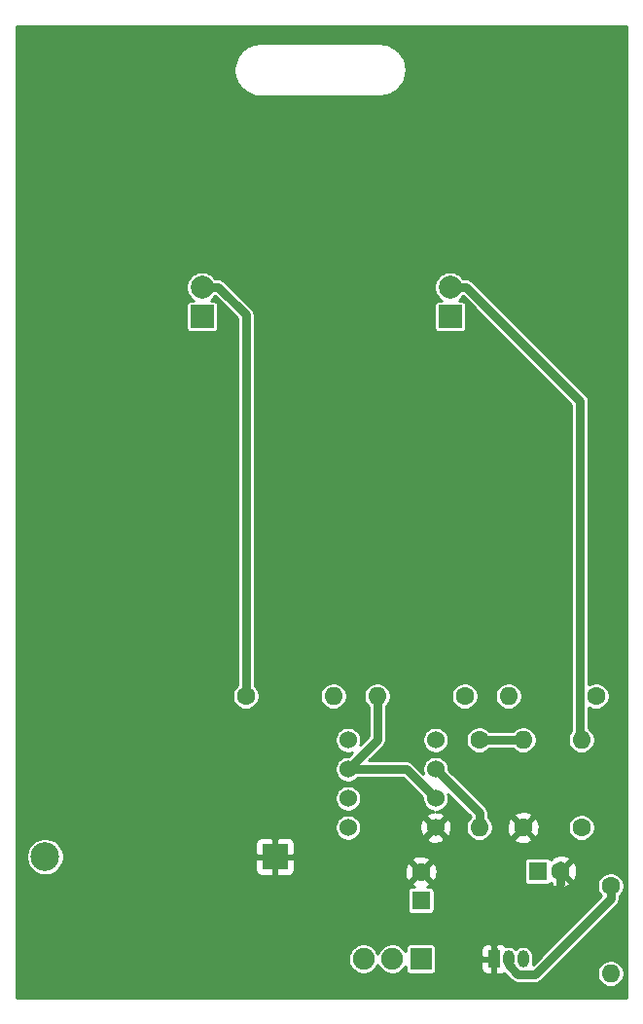
<source format=gbl>
%TF.GenerationSoftware,KiCad,Pcbnew,(5.1.6)-1*%
%TF.CreationDate,2020-09-04T19:50:29+05:30*%
%TF.ProjectId,555_badge,3535355f-6261-4646-9765-2e6b69636164,v01*%
%TF.SameCoordinates,Original*%
%TF.FileFunction,Copper,L2,Bot*%
%TF.FilePolarity,Positive*%
%FSLAX46Y46*%
G04 Gerber Fmt 4.6, Leading zero omitted, Abs format (unit mm)*
G04 Created by KiCad (PCBNEW (5.1.6)-1) date 2020-09-04 19:50:29*
%MOMM*%
%LPD*%
G01*
G04 APERTURE LIST*
%TA.AperFunction,ComponentPad*%
%ADD10R,2.170000X2.170000*%
%TD*%
%TA.AperFunction,ComponentPad*%
%ADD11C,2.500000*%
%TD*%
%TA.AperFunction,ComponentPad*%
%ADD12R,1.600000X1.600000*%
%TD*%
%TA.AperFunction,ComponentPad*%
%ADD13C,1.600000*%
%TD*%
%TA.AperFunction,ComponentPad*%
%ADD14C,2.000000*%
%TD*%
%TA.AperFunction,ComponentPad*%
%ADD15R,2.000000X2.000000*%
%TD*%
%TA.AperFunction,ComponentPad*%
%ADD16O,1.000000X1.500000*%
%TD*%
%TA.AperFunction,ComponentPad*%
%ADD17R,1.000000X1.500000*%
%TD*%
%TA.AperFunction,ComponentPad*%
%ADD18O,1.600000X1.600000*%
%TD*%
%TA.AperFunction,ComponentPad*%
%ADD19R,1.900000X1.900000*%
%TD*%
%TA.AperFunction,ComponentPad*%
%ADD20C,1.900000*%
%TD*%
%TA.AperFunction,ComponentPad*%
%ADD21C,1.524000*%
%TD*%
%TA.AperFunction,Conductor*%
%ADD22C,0.762000*%
%TD*%
%TA.AperFunction,Conductor*%
%ADD23C,0.254000*%
%TD*%
G04 APERTURE END LIST*
D10*
%TO.P,BAT1,Neg*%
%TO.N,GND*%
X149860000Y-114300000D03*
D11*
%TO.P,BAT1,Pos*%
%TO.N,Net-(BAT1-PadPos)*%
X129860000Y-114300000D03*
%TD*%
D12*
%TO.P,C1,1*%
%TO.N,Net-(C1-Pad1)*%
X172720000Y-115570000D03*
D13*
%TO.P,C1,2*%
%TO.N,GND*%
X174720000Y-115570000D03*
%TD*%
D12*
%TO.P,C2,1*%
%TO.N,Net-(C2-Pad1)*%
X162560000Y-118110000D03*
D13*
%TO.P,C2,2*%
%TO.N,GND*%
X162560000Y-115610000D03*
%TD*%
D14*
%TO.P,D1,2*%
%TO.N,Net-(D1-Pad2)*%
X143510000Y-64770000D03*
D15*
%TO.P,D1,1*%
%TO.N,Net-(D1-Pad1)*%
X143510000Y-67310000D03*
%TD*%
%TO.P,D2,1*%
%TO.N,Net-(D1-Pad1)*%
X165100000Y-67310000D03*
D14*
%TO.P,D2,2*%
%TO.N,Net-(D2-Pad2)*%
X165100000Y-64770000D03*
%TD*%
D16*
%TO.P,Q1,2*%
%TO.N,Net-(Q1-Pad2)*%
X170180000Y-123190000D03*
%TO.P,Q1,3*%
%TO.N,Net-(D1-Pad1)*%
X171450000Y-123190000D03*
D17*
%TO.P,Q1,1*%
%TO.N,GND*%
X168910000Y-123190000D03*
%TD*%
D13*
%TO.P,R1,1*%
%TO.N,VCC*%
X177800000Y-100330000D03*
D18*
%TO.P,R1,2*%
%TO.N,Net-(R1-Pad2)*%
X170180000Y-100330000D03*
%TD*%
%TO.P,R2,2*%
%TO.N,Net-(C1-Pad1)*%
X158750000Y-100330000D03*
D13*
%TO.P,R2,1*%
%TO.N,Net-(R1-Pad2)*%
X166370000Y-100330000D03*
%TD*%
D18*
%TO.P,R3,2*%
%TO.N,Net-(R3-Pad2)*%
X167640000Y-111760000D03*
D13*
%TO.P,R3,1*%
%TO.N,Net-(C2-Pad1)*%
X167640000Y-104140000D03*
%TD*%
%TO.P,R4,1*%
%TO.N,GND*%
X171450000Y-111760000D03*
D18*
%TO.P,R4,2*%
%TO.N,Net-(C2-Pad1)*%
X171450000Y-104140000D03*
%TD*%
D13*
%TO.P,R5,1*%
%TO.N,Net-(Q1-Pad2)*%
X179070000Y-116840000D03*
D18*
%TO.P,R5,2*%
%TO.N,Net-(C2-Pad1)*%
X179070000Y-124460000D03*
%TD*%
%TO.P,R6,2*%
%TO.N,VCC*%
X154940000Y-100330000D03*
D13*
%TO.P,R6,1*%
%TO.N,Net-(D1-Pad2)*%
X147320000Y-100330000D03*
%TD*%
%TO.P,R7,1*%
%TO.N,VCC*%
X176530000Y-111760000D03*
D18*
%TO.P,R7,2*%
%TO.N,Net-(D2-Pad2)*%
X176530000Y-104140000D03*
%TD*%
D19*
%TO.P,S1,1*%
%TO.N,Net-(S1-Pad1)*%
X162560000Y-123190000D03*
D20*
%TO.P,S1,2*%
%TO.N,VCC*%
X160060000Y-123190000D03*
%TO.P,S1,3*%
%TO.N,Net-(BAT1-PadPos)*%
X157560000Y-123190000D03*
%TD*%
D21*
%TO.P,U1,1*%
%TO.N,GND*%
X163830000Y-111760000D03*
%TO.P,U1,2*%
%TO.N,Net-(C1-Pad1)*%
X163830000Y-109220000D03*
%TO.P,U1,3*%
%TO.N,Net-(R3-Pad2)*%
X163830000Y-106680000D03*
%TO.P,U1,4*%
%TO.N,VCC*%
X163830000Y-104140000D03*
%TO.P,U1,5*%
%TO.N,Net-(U1-Pad5)*%
X156210000Y-104140000D03*
%TO.P,U1,6*%
%TO.N,Net-(C1-Pad1)*%
X156210000Y-106680000D03*
%TO.P,U1,7*%
%TO.N,Net-(U1-Pad7)*%
X156210000Y-109220000D03*
%TO.P,U1,8*%
%TO.N,VCC*%
X156210000Y-111760000D03*
%TD*%
D22*
%TO.N,GND*%
X174720000Y-115030000D02*
X174720000Y-115570000D01*
X168910000Y-122511370D02*
X168910000Y-123190000D01*
X174720000Y-115570000D02*
X174720000Y-116701370D01*
%TO.N,Net-(C1-Pad1)*%
X161290000Y-106680000D02*
X163830000Y-109220000D01*
X156210000Y-106680000D02*
X161290000Y-106680000D01*
X158750000Y-104140000D02*
X158750000Y-100330000D01*
X156210000Y-106680000D02*
X158750000Y-104140000D01*
%TO.N,Net-(C2-Pad1)*%
X167640000Y-104140000D02*
X171450000Y-104140000D01*
%TO.N,Net-(D1-Pad2)*%
X144924213Y-64770000D02*
X147320000Y-67165787D01*
X147320000Y-67165787D02*
X147320000Y-100330000D01*
X143510000Y-64770000D02*
X144924213Y-64770000D01*
%TO.N,Net-(D2-Pad2)*%
X176418999Y-104028999D02*
X176530000Y-104140000D01*
X176418999Y-74674786D02*
X176418999Y-104028999D01*
X166514213Y-64770000D02*
X176418999Y-74674786D01*
X165100000Y-64770000D02*
X166514213Y-64770000D01*
%TO.N,Net-(Q1-Pad2)*%
X172520360Y-124521010D02*
X179070000Y-117971370D01*
X171002231Y-124521010D02*
X172520360Y-124521010D01*
X179070000Y-117971370D02*
X179070000Y-116840000D01*
X170180000Y-123698779D02*
X171002231Y-124521010D01*
X170180000Y-123190000D02*
X170180000Y-123698779D01*
%TO.N,Net-(R3-Pad2)*%
X167640000Y-110490000D02*
X167640000Y-111760000D01*
X163830000Y-106680000D02*
X167640000Y-110490000D01*
%TD*%
D23*
%TO.N,GND*%
G36*
X180454301Y-126606300D02*
G01*
X127393700Y-126606300D01*
X127393700Y-123058908D01*
X156229000Y-123058908D01*
X156229000Y-123321092D01*
X156280150Y-123578238D01*
X156380483Y-123820465D01*
X156526145Y-124038463D01*
X156711537Y-124223855D01*
X156929535Y-124369517D01*
X157171762Y-124469850D01*
X157428908Y-124521000D01*
X157691092Y-124521000D01*
X157948238Y-124469850D01*
X158190465Y-124369517D01*
X158408463Y-124223855D01*
X158593855Y-124038463D01*
X158739517Y-123820465D01*
X158810000Y-123650303D01*
X158880483Y-123820465D01*
X159026145Y-124038463D01*
X159211537Y-124223855D01*
X159429535Y-124369517D01*
X159671762Y-124469850D01*
X159928908Y-124521000D01*
X160191092Y-124521000D01*
X160448238Y-124469850D01*
X160690465Y-124369517D01*
X160908463Y-124223855D01*
X161093855Y-124038463D01*
X161227157Y-123838963D01*
X161227157Y-124140000D01*
X161234513Y-124214689D01*
X161256299Y-124286508D01*
X161291678Y-124352696D01*
X161339289Y-124410711D01*
X161397304Y-124458322D01*
X161463492Y-124493701D01*
X161535311Y-124515487D01*
X161610000Y-124522843D01*
X163510000Y-124522843D01*
X163584689Y-124515487D01*
X163656508Y-124493701D01*
X163722696Y-124458322D01*
X163780711Y-124410711D01*
X163828322Y-124352696D01*
X163863701Y-124286508D01*
X163885487Y-124214689D01*
X163892843Y-124140000D01*
X163892843Y-123940000D01*
X167771928Y-123940000D01*
X167784188Y-124064482D01*
X167820498Y-124184180D01*
X167879463Y-124294494D01*
X167958815Y-124391185D01*
X168055506Y-124470537D01*
X168165820Y-124529502D01*
X168285518Y-124565812D01*
X168410000Y-124578072D01*
X168624250Y-124575000D01*
X168783000Y-124416250D01*
X168783000Y-123317000D01*
X167933750Y-123317000D01*
X167775000Y-123475750D01*
X167771928Y-123940000D01*
X163892843Y-123940000D01*
X163892843Y-122440000D01*
X167771928Y-122440000D01*
X167775000Y-122904250D01*
X167933750Y-123063000D01*
X168783000Y-123063000D01*
X168783000Y-121963750D01*
X169037000Y-121963750D01*
X169037000Y-123063000D01*
X169057000Y-123063000D01*
X169057000Y-123317000D01*
X169037000Y-123317000D01*
X169037000Y-124416250D01*
X169195750Y-124575000D01*
X169410000Y-124578072D01*
X169534482Y-124565812D01*
X169654180Y-124529502D01*
X169764494Y-124470537D01*
X169824710Y-124421119D01*
X170436951Y-125033361D01*
X170460809Y-125062432D01*
X170576839Y-125157655D01*
X170709216Y-125228412D01*
X170852853Y-125271984D01*
X170964805Y-125283010D01*
X170964807Y-125283010D01*
X171002230Y-125286696D01*
X171039653Y-125283010D01*
X172482937Y-125283010D01*
X172520360Y-125286696D01*
X172557783Y-125283010D01*
X172557786Y-125283010D01*
X172669738Y-125271984D01*
X172813375Y-125228412D01*
X172945752Y-125157655D01*
X173061782Y-125062432D01*
X173085644Y-125033356D01*
X173775318Y-124343682D01*
X177889000Y-124343682D01*
X177889000Y-124576318D01*
X177934386Y-124804485D01*
X178023412Y-125019413D01*
X178152658Y-125212843D01*
X178317157Y-125377342D01*
X178510587Y-125506588D01*
X178725515Y-125595614D01*
X178953682Y-125641000D01*
X179186318Y-125641000D01*
X179414485Y-125595614D01*
X179629413Y-125506588D01*
X179822843Y-125377342D01*
X179987342Y-125212843D01*
X180116588Y-125019413D01*
X180205614Y-124804485D01*
X180251000Y-124576318D01*
X180251000Y-124343682D01*
X180205614Y-124115515D01*
X180116588Y-123900587D01*
X179987342Y-123707157D01*
X179822843Y-123542658D01*
X179629413Y-123413412D01*
X179414485Y-123324386D01*
X179186318Y-123279000D01*
X178953682Y-123279000D01*
X178725515Y-123324386D01*
X178510587Y-123413412D01*
X178317157Y-123542658D01*
X178152658Y-123707157D01*
X178023412Y-123900587D01*
X177934386Y-124115515D01*
X177889000Y-124343682D01*
X173775318Y-124343682D01*
X179582347Y-118536653D01*
X179611422Y-118512792D01*
X179671857Y-118439151D01*
X179706645Y-118396763D01*
X179777401Y-118264386D01*
X179777402Y-118264385D01*
X179820974Y-118120748D01*
X179832000Y-118008796D01*
X179832000Y-118008793D01*
X179835686Y-117971370D01*
X179832000Y-117933947D01*
X179832000Y-117748185D01*
X179987342Y-117592843D01*
X180116588Y-117399413D01*
X180205614Y-117184485D01*
X180251000Y-116956318D01*
X180251000Y-116723682D01*
X180205614Y-116495515D01*
X180116588Y-116280587D01*
X179987342Y-116087157D01*
X179822843Y-115922658D01*
X179629413Y-115793412D01*
X179414485Y-115704386D01*
X179186318Y-115659000D01*
X178953682Y-115659000D01*
X178725515Y-115704386D01*
X178510587Y-115793412D01*
X178317157Y-115922658D01*
X178152658Y-116087157D01*
X178023412Y-116280587D01*
X177934386Y-116495515D01*
X177889000Y-116723682D01*
X177889000Y-116956318D01*
X177934386Y-117184485D01*
X178023412Y-117399413D01*
X178152658Y-117592843D01*
X178261778Y-117701963D01*
X172303977Y-123659763D01*
X172318252Y-123612706D01*
X172331000Y-123483273D01*
X172331000Y-122896727D01*
X172318252Y-122767294D01*
X172267875Y-122601225D01*
X172186068Y-122448175D01*
X172075975Y-122314025D01*
X171941825Y-122203932D01*
X171788775Y-122122125D01*
X171622706Y-122071748D01*
X171450000Y-122054738D01*
X171277295Y-122071748D01*
X171111226Y-122122125D01*
X170958176Y-122203932D01*
X170824026Y-122314025D01*
X170815001Y-122325023D01*
X170805975Y-122314025D01*
X170671825Y-122203932D01*
X170518775Y-122122125D01*
X170352706Y-122071748D01*
X170180000Y-122054738D01*
X170007295Y-122071748D01*
X169943523Y-122091093D01*
X169940537Y-122085506D01*
X169861185Y-121988815D01*
X169764494Y-121909463D01*
X169654180Y-121850498D01*
X169534482Y-121814188D01*
X169410000Y-121801928D01*
X169195750Y-121805000D01*
X169037000Y-121963750D01*
X168783000Y-121963750D01*
X168624250Y-121805000D01*
X168410000Y-121801928D01*
X168285518Y-121814188D01*
X168165820Y-121850498D01*
X168055506Y-121909463D01*
X167958815Y-121988815D01*
X167879463Y-122085506D01*
X167820498Y-122195820D01*
X167784188Y-122315518D01*
X167771928Y-122440000D01*
X163892843Y-122440000D01*
X163892843Y-122240000D01*
X163885487Y-122165311D01*
X163863701Y-122093492D01*
X163828322Y-122027304D01*
X163780711Y-121969289D01*
X163722696Y-121921678D01*
X163656508Y-121886299D01*
X163584689Y-121864513D01*
X163510000Y-121857157D01*
X161610000Y-121857157D01*
X161535311Y-121864513D01*
X161463492Y-121886299D01*
X161397304Y-121921678D01*
X161339289Y-121969289D01*
X161291678Y-122027304D01*
X161256299Y-122093492D01*
X161234513Y-122165311D01*
X161227157Y-122240000D01*
X161227157Y-122541037D01*
X161093855Y-122341537D01*
X160908463Y-122156145D01*
X160690465Y-122010483D01*
X160448238Y-121910150D01*
X160191092Y-121859000D01*
X159928908Y-121859000D01*
X159671762Y-121910150D01*
X159429535Y-122010483D01*
X159211537Y-122156145D01*
X159026145Y-122341537D01*
X158880483Y-122559535D01*
X158810000Y-122729697D01*
X158739517Y-122559535D01*
X158593855Y-122341537D01*
X158408463Y-122156145D01*
X158190465Y-122010483D01*
X157948238Y-121910150D01*
X157691092Y-121859000D01*
X157428908Y-121859000D01*
X157171762Y-121910150D01*
X156929535Y-122010483D01*
X156711537Y-122156145D01*
X156526145Y-122341537D01*
X156380483Y-122559535D01*
X156280150Y-122801762D01*
X156229000Y-123058908D01*
X127393700Y-123058908D01*
X127393700Y-117310000D01*
X161377157Y-117310000D01*
X161377157Y-118910000D01*
X161384513Y-118984689D01*
X161406299Y-119056508D01*
X161441678Y-119122696D01*
X161489289Y-119180711D01*
X161547304Y-119228322D01*
X161613492Y-119263701D01*
X161685311Y-119285487D01*
X161760000Y-119292843D01*
X163360000Y-119292843D01*
X163434689Y-119285487D01*
X163506508Y-119263701D01*
X163572696Y-119228322D01*
X163630711Y-119180711D01*
X163678322Y-119122696D01*
X163713701Y-119056508D01*
X163735487Y-118984689D01*
X163742843Y-118910000D01*
X163742843Y-117310000D01*
X163735487Y-117235311D01*
X163713701Y-117163492D01*
X163678322Y-117097304D01*
X163630711Y-117039289D01*
X163572696Y-116991678D01*
X163506508Y-116956299D01*
X163434689Y-116934513D01*
X163360000Y-116927157D01*
X163138391Y-116927157D01*
X163176292Y-116913603D01*
X163301514Y-116846671D01*
X163373097Y-116602702D01*
X162560000Y-115789605D01*
X161746903Y-116602702D01*
X161818486Y-116846671D01*
X161988585Y-116927157D01*
X161760000Y-116927157D01*
X161685311Y-116934513D01*
X161613492Y-116956299D01*
X161547304Y-116991678D01*
X161489289Y-117039289D01*
X161441678Y-117097304D01*
X161406299Y-117163492D01*
X161384513Y-117235311D01*
X161377157Y-117310000D01*
X127393700Y-117310000D01*
X127393700Y-114139360D01*
X128229000Y-114139360D01*
X128229000Y-114460640D01*
X128291678Y-114775745D01*
X128414626Y-115072568D01*
X128593119Y-115339702D01*
X128820298Y-115566881D01*
X129087432Y-115745374D01*
X129384255Y-115868322D01*
X129699360Y-115931000D01*
X130020640Y-115931000D01*
X130335745Y-115868322D01*
X130632568Y-115745374D01*
X130899702Y-115566881D01*
X131081583Y-115385000D01*
X148136928Y-115385000D01*
X148149188Y-115509482D01*
X148185498Y-115629180D01*
X148244463Y-115739494D01*
X148323815Y-115836185D01*
X148420506Y-115915537D01*
X148530820Y-115974502D01*
X148650518Y-116010812D01*
X148775000Y-116023072D01*
X149574250Y-116020000D01*
X149733000Y-115861250D01*
X149733000Y-114427000D01*
X149987000Y-114427000D01*
X149987000Y-115861250D01*
X150145750Y-116020000D01*
X150945000Y-116023072D01*
X151069482Y-116010812D01*
X151189180Y-115974502D01*
X151299494Y-115915537D01*
X151396185Y-115836185D01*
X151475537Y-115739494D01*
X151507064Y-115680512D01*
X161119783Y-115680512D01*
X161161213Y-115960130D01*
X161256397Y-116226292D01*
X161323329Y-116351514D01*
X161567298Y-116423097D01*
X162380395Y-115610000D01*
X162739605Y-115610000D01*
X163552702Y-116423097D01*
X163796671Y-116351514D01*
X163917571Y-116096004D01*
X163986300Y-115821816D01*
X164000217Y-115539488D01*
X163958787Y-115259870D01*
X163863603Y-114993708D01*
X163796671Y-114868486D01*
X163552702Y-114796903D01*
X162739605Y-115610000D01*
X162380395Y-115610000D01*
X161567298Y-114796903D01*
X161323329Y-114868486D01*
X161202429Y-115123996D01*
X161133700Y-115398184D01*
X161119783Y-115680512D01*
X151507064Y-115680512D01*
X151534502Y-115629180D01*
X151570812Y-115509482D01*
X151583072Y-115385000D01*
X151580122Y-114617298D01*
X161746903Y-114617298D01*
X162560000Y-115430395D01*
X163220395Y-114770000D01*
X171537157Y-114770000D01*
X171537157Y-116370000D01*
X171544513Y-116444689D01*
X171566299Y-116516508D01*
X171601678Y-116582696D01*
X171649289Y-116640711D01*
X171707304Y-116688322D01*
X171773492Y-116723701D01*
X171845311Y-116745487D01*
X171920000Y-116752843D01*
X173520000Y-116752843D01*
X173594689Y-116745487D01*
X173666508Y-116723701D01*
X173732696Y-116688322D01*
X173769649Y-116657996D01*
X173790630Y-116678977D01*
X173906903Y-116562704D01*
X173978486Y-116806671D01*
X174233996Y-116927571D01*
X174508184Y-116996300D01*
X174790512Y-117010217D01*
X175070130Y-116968787D01*
X175336292Y-116873603D01*
X175461514Y-116806671D01*
X175533097Y-116562702D01*
X174720000Y-115749605D01*
X174705858Y-115763748D01*
X174526253Y-115584143D01*
X174540395Y-115570000D01*
X174899605Y-115570000D01*
X175712702Y-116383097D01*
X175956671Y-116311514D01*
X176077571Y-116056004D01*
X176146300Y-115781816D01*
X176160217Y-115499488D01*
X176118787Y-115219870D01*
X176023603Y-114953708D01*
X175956671Y-114828486D01*
X175712702Y-114756903D01*
X174899605Y-115570000D01*
X174540395Y-115570000D01*
X174526253Y-115555858D01*
X174705858Y-115376253D01*
X174720000Y-115390395D01*
X175533097Y-114577298D01*
X175461514Y-114333329D01*
X175206004Y-114212429D01*
X174931816Y-114143700D01*
X174649488Y-114129783D01*
X174369870Y-114171213D01*
X174103708Y-114266397D01*
X173978486Y-114333329D01*
X173906903Y-114577296D01*
X173790630Y-114461023D01*
X173769649Y-114482004D01*
X173732696Y-114451678D01*
X173666508Y-114416299D01*
X173594689Y-114394513D01*
X173520000Y-114387157D01*
X171920000Y-114387157D01*
X171845311Y-114394513D01*
X171773492Y-114416299D01*
X171707304Y-114451678D01*
X171649289Y-114499289D01*
X171601678Y-114557304D01*
X171566299Y-114623492D01*
X171544513Y-114695311D01*
X171537157Y-114770000D01*
X163220395Y-114770000D01*
X163373097Y-114617298D01*
X163301514Y-114373329D01*
X163046004Y-114252429D01*
X162771816Y-114183700D01*
X162489488Y-114169783D01*
X162209870Y-114211213D01*
X161943708Y-114306397D01*
X161818486Y-114373329D01*
X161746903Y-114617298D01*
X151580122Y-114617298D01*
X151580000Y-114585750D01*
X151421250Y-114427000D01*
X149987000Y-114427000D01*
X149733000Y-114427000D01*
X148298750Y-114427000D01*
X148140000Y-114585750D01*
X148136928Y-115385000D01*
X131081583Y-115385000D01*
X131126881Y-115339702D01*
X131305374Y-115072568D01*
X131428322Y-114775745D01*
X131491000Y-114460640D01*
X131491000Y-114139360D01*
X131428322Y-113824255D01*
X131305374Y-113527432D01*
X131126881Y-113260298D01*
X131081583Y-113215000D01*
X148136928Y-113215000D01*
X148140000Y-114014250D01*
X148298750Y-114173000D01*
X149733000Y-114173000D01*
X149733000Y-112738750D01*
X149987000Y-112738750D01*
X149987000Y-114173000D01*
X151421250Y-114173000D01*
X151580000Y-114014250D01*
X151583072Y-113215000D01*
X151570812Y-113090518D01*
X151534502Y-112970820D01*
X151475537Y-112860506D01*
X151396185Y-112763815D01*
X151299494Y-112684463D01*
X151189180Y-112625498D01*
X151069482Y-112589188D01*
X150945000Y-112576928D01*
X150145750Y-112580000D01*
X149987000Y-112738750D01*
X149733000Y-112738750D01*
X149574250Y-112580000D01*
X148775000Y-112576928D01*
X148650518Y-112589188D01*
X148530820Y-112625498D01*
X148420506Y-112684463D01*
X148323815Y-112763815D01*
X148244463Y-112860506D01*
X148185498Y-112970820D01*
X148149188Y-113090518D01*
X148136928Y-113215000D01*
X131081583Y-113215000D01*
X130899702Y-113033119D01*
X130632568Y-112854626D01*
X130335745Y-112731678D01*
X130020640Y-112669000D01*
X129699360Y-112669000D01*
X129384255Y-112731678D01*
X129087432Y-112854626D01*
X128820298Y-113033119D01*
X128593119Y-113260298D01*
X128414626Y-113527432D01*
X128291678Y-113824255D01*
X128229000Y-114139360D01*
X127393700Y-114139360D01*
X127393700Y-111647424D01*
X155067000Y-111647424D01*
X155067000Y-111872576D01*
X155110925Y-112093401D01*
X155197087Y-112301413D01*
X155322174Y-112488620D01*
X155481380Y-112647826D01*
X155668587Y-112772913D01*
X155876599Y-112859075D01*
X156097424Y-112903000D01*
X156322576Y-112903000D01*
X156543401Y-112859075D01*
X156751413Y-112772913D01*
X156822274Y-112725565D01*
X163044040Y-112725565D01*
X163111020Y-112965656D01*
X163360048Y-113082756D01*
X163627135Y-113149023D01*
X163902017Y-113161910D01*
X164174133Y-113120922D01*
X164433023Y-113027636D01*
X164548980Y-112965656D01*
X164615960Y-112725565D01*
X163830000Y-111939605D01*
X163044040Y-112725565D01*
X156822274Y-112725565D01*
X156938620Y-112647826D01*
X157097826Y-112488620D01*
X157222913Y-112301413D01*
X157309075Y-112093401D01*
X157353000Y-111872576D01*
X157353000Y-111832017D01*
X162428090Y-111832017D01*
X162469078Y-112104133D01*
X162562364Y-112363023D01*
X162624344Y-112478980D01*
X162864435Y-112545960D01*
X163650395Y-111760000D01*
X164009605Y-111760000D01*
X164795565Y-112545960D01*
X165035656Y-112478980D01*
X165152756Y-112229952D01*
X165219023Y-111962865D01*
X165231910Y-111687983D01*
X165190922Y-111415867D01*
X165097636Y-111156977D01*
X165035656Y-111041020D01*
X164795565Y-110974040D01*
X164009605Y-111760000D01*
X163650395Y-111760000D01*
X162864435Y-110974040D01*
X162624344Y-111041020D01*
X162507244Y-111290048D01*
X162440977Y-111557135D01*
X162428090Y-111832017D01*
X157353000Y-111832017D01*
X157353000Y-111647424D01*
X157309075Y-111426599D01*
X157222913Y-111218587D01*
X157097826Y-111031380D01*
X156938620Y-110872174D01*
X156751413Y-110747087D01*
X156543401Y-110660925D01*
X156322576Y-110617000D01*
X156097424Y-110617000D01*
X155876599Y-110660925D01*
X155668587Y-110747087D01*
X155481380Y-110872174D01*
X155322174Y-111031380D01*
X155197087Y-111218587D01*
X155110925Y-111426599D01*
X155067000Y-111647424D01*
X127393700Y-111647424D01*
X127393700Y-109107424D01*
X155067000Y-109107424D01*
X155067000Y-109332576D01*
X155110925Y-109553401D01*
X155197087Y-109761413D01*
X155322174Y-109948620D01*
X155481380Y-110107826D01*
X155668587Y-110232913D01*
X155876599Y-110319075D01*
X156097424Y-110363000D01*
X156322576Y-110363000D01*
X156543401Y-110319075D01*
X156751413Y-110232913D01*
X156938620Y-110107826D01*
X157097826Y-109948620D01*
X157222913Y-109761413D01*
X157309075Y-109553401D01*
X157353000Y-109332576D01*
X157353000Y-109107424D01*
X157309075Y-108886599D01*
X157222913Y-108678587D01*
X157097826Y-108491380D01*
X156938620Y-108332174D01*
X156751413Y-108207087D01*
X156543401Y-108120925D01*
X156322576Y-108077000D01*
X156097424Y-108077000D01*
X155876599Y-108120925D01*
X155668587Y-108207087D01*
X155481380Y-108332174D01*
X155322174Y-108491380D01*
X155197087Y-108678587D01*
X155110925Y-108886599D01*
X155067000Y-109107424D01*
X127393700Y-109107424D01*
X127393700Y-104027424D01*
X155067000Y-104027424D01*
X155067000Y-104252576D01*
X155110925Y-104473401D01*
X155197087Y-104681413D01*
X155322174Y-104868620D01*
X155481380Y-105027826D01*
X155668587Y-105152913D01*
X155876599Y-105239075D01*
X156097424Y-105283000D01*
X156322576Y-105283000D01*
X156543401Y-105239075D01*
X156594433Y-105217937D01*
X156275370Y-105537000D01*
X156097424Y-105537000D01*
X155876599Y-105580925D01*
X155668587Y-105667087D01*
X155481380Y-105792174D01*
X155322174Y-105951380D01*
X155197087Y-106138587D01*
X155110925Y-106346599D01*
X155067000Y-106567424D01*
X155067000Y-106792576D01*
X155110925Y-107013401D01*
X155197087Y-107221413D01*
X155322174Y-107408620D01*
X155481380Y-107567826D01*
X155668587Y-107692913D01*
X155876599Y-107779075D01*
X156097424Y-107823000D01*
X156322576Y-107823000D01*
X156543401Y-107779075D01*
X156751413Y-107692913D01*
X156938620Y-107567826D01*
X157064446Y-107442000D01*
X160974370Y-107442000D01*
X162687000Y-109154631D01*
X162687000Y-109332576D01*
X162730925Y-109553401D01*
X162817087Y-109761413D01*
X162942174Y-109948620D01*
X163101380Y-110107826D01*
X163288587Y-110232913D01*
X163496599Y-110319075D01*
X163717424Y-110363000D01*
X163725386Y-110363000D01*
X163485867Y-110399078D01*
X163226977Y-110492364D01*
X163111020Y-110554344D01*
X163044040Y-110794435D01*
X163830000Y-111580395D01*
X164615960Y-110794435D01*
X164548980Y-110554344D01*
X164299952Y-110437244D01*
X164032865Y-110370977D01*
X163862714Y-110363000D01*
X163942576Y-110363000D01*
X164163401Y-110319075D01*
X164371413Y-110232913D01*
X164558620Y-110107826D01*
X164717826Y-109948620D01*
X164842913Y-109761413D01*
X164929075Y-109553401D01*
X164973000Y-109332576D01*
X164973000Y-109107424D01*
X164929075Y-108886599D01*
X164907936Y-108835566D01*
X166878000Y-110805630D01*
X166878000Y-110851815D01*
X166722658Y-111007157D01*
X166593412Y-111200587D01*
X166504386Y-111415515D01*
X166459000Y-111643682D01*
X166459000Y-111876318D01*
X166504386Y-112104485D01*
X166593412Y-112319413D01*
X166722658Y-112512843D01*
X166887157Y-112677342D01*
X167080587Y-112806588D01*
X167295515Y-112895614D01*
X167523682Y-112941000D01*
X167756318Y-112941000D01*
X167984485Y-112895614D01*
X168199413Y-112806588D01*
X168280058Y-112752702D01*
X170636903Y-112752702D01*
X170708486Y-112996671D01*
X170963996Y-113117571D01*
X171238184Y-113186300D01*
X171520512Y-113200217D01*
X171800130Y-113158787D01*
X172066292Y-113063603D01*
X172191514Y-112996671D01*
X172263097Y-112752702D01*
X171450000Y-111939605D01*
X170636903Y-112752702D01*
X168280058Y-112752702D01*
X168392843Y-112677342D01*
X168557342Y-112512843D01*
X168686588Y-112319413D01*
X168775614Y-112104485D01*
X168821000Y-111876318D01*
X168821000Y-111830512D01*
X170009783Y-111830512D01*
X170051213Y-112110130D01*
X170146397Y-112376292D01*
X170213329Y-112501514D01*
X170457298Y-112573097D01*
X171270395Y-111760000D01*
X171629605Y-111760000D01*
X172442702Y-112573097D01*
X172686671Y-112501514D01*
X172807571Y-112246004D01*
X172876300Y-111971816D01*
X172890217Y-111689488D01*
X172883431Y-111643682D01*
X175349000Y-111643682D01*
X175349000Y-111876318D01*
X175394386Y-112104485D01*
X175483412Y-112319413D01*
X175612658Y-112512843D01*
X175777157Y-112677342D01*
X175970587Y-112806588D01*
X176185515Y-112895614D01*
X176413682Y-112941000D01*
X176646318Y-112941000D01*
X176874485Y-112895614D01*
X177089413Y-112806588D01*
X177282843Y-112677342D01*
X177447342Y-112512843D01*
X177576588Y-112319413D01*
X177665614Y-112104485D01*
X177711000Y-111876318D01*
X177711000Y-111643682D01*
X177665614Y-111415515D01*
X177576588Y-111200587D01*
X177447342Y-111007157D01*
X177282843Y-110842658D01*
X177089413Y-110713412D01*
X176874485Y-110624386D01*
X176646318Y-110579000D01*
X176413682Y-110579000D01*
X176185515Y-110624386D01*
X175970587Y-110713412D01*
X175777157Y-110842658D01*
X175612658Y-111007157D01*
X175483412Y-111200587D01*
X175394386Y-111415515D01*
X175349000Y-111643682D01*
X172883431Y-111643682D01*
X172848787Y-111409870D01*
X172753603Y-111143708D01*
X172686671Y-111018486D01*
X172442702Y-110946903D01*
X171629605Y-111760000D01*
X171270395Y-111760000D01*
X170457298Y-110946903D01*
X170213329Y-111018486D01*
X170092429Y-111273996D01*
X170023700Y-111548184D01*
X170009783Y-111830512D01*
X168821000Y-111830512D01*
X168821000Y-111643682D01*
X168775614Y-111415515D01*
X168686588Y-111200587D01*
X168557342Y-111007157D01*
X168402000Y-110851815D01*
X168402000Y-110767298D01*
X170636903Y-110767298D01*
X171450000Y-111580395D01*
X172263097Y-110767298D01*
X172191514Y-110523329D01*
X171936004Y-110402429D01*
X171661816Y-110333700D01*
X171379488Y-110319783D01*
X171099870Y-110361213D01*
X170833708Y-110456397D01*
X170708486Y-110523329D01*
X170636903Y-110767298D01*
X168402000Y-110767298D01*
X168402000Y-110527423D01*
X168405686Y-110490000D01*
X168396731Y-110399078D01*
X168390974Y-110340622D01*
X168347402Y-110196985D01*
X168276646Y-110064609D01*
X168276645Y-110064607D01*
X168241857Y-110022219D01*
X168181422Y-109948578D01*
X168152347Y-109924717D01*
X164973000Y-106745370D01*
X164973000Y-106567424D01*
X164929075Y-106346599D01*
X164842913Y-106138587D01*
X164717826Y-105951380D01*
X164558620Y-105792174D01*
X164371413Y-105667087D01*
X164163401Y-105580925D01*
X163942576Y-105537000D01*
X163717424Y-105537000D01*
X163496599Y-105580925D01*
X163288587Y-105667087D01*
X163101380Y-105792174D01*
X162942174Y-105951380D01*
X162817087Y-106138587D01*
X162730925Y-106346599D01*
X162687000Y-106567424D01*
X162687000Y-106792576D01*
X162730925Y-107013401D01*
X162752063Y-107064433D01*
X161855284Y-106167654D01*
X161831422Y-106138578D01*
X161715392Y-106043355D01*
X161583015Y-105972598D01*
X161439378Y-105929026D01*
X161327426Y-105918000D01*
X161327423Y-105918000D01*
X161290000Y-105914314D01*
X161252577Y-105918000D01*
X158049631Y-105918000D01*
X159262353Y-104705278D01*
X159291422Y-104681422D01*
X159386645Y-104565392D01*
X159457402Y-104433015D01*
X159500974Y-104289378D01*
X159512000Y-104177426D01*
X159512000Y-104177424D01*
X159515686Y-104140001D01*
X159512000Y-104102578D01*
X159512000Y-104027424D01*
X162687000Y-104027424D01*
X162687000Y-104252576D01*
X162730925Y-104473401D01*
X162817087Y-104681413D01*
X162942174Y-104868620D01*
X163101380Y-105027826D01*
X163288587Y-105152913D01*
X163496599Y-105239075D01*
X163717424Y-105283000D01*
X163942576Y-105283000D01*
X164163401Y-105239075D01*
X164371413Y-105152913D01*
X164558620Y-105027826D01*
X164717826Y-104868620D01*
X164842913Y-104681413D01*
X164929075Y-104473401D01*
X164973000Y-104252576D01*
X164973000Y-104027424D01*
X164972256Y-104023682D01*
X166459000Y-104023682D01*
X166459000Y-104256318D01*
X166504386Y-104484485D01*
X166593412Y-104699413D01*
X166722658Y-104892843D01*
X166887157Y-105057342D01*
X167080587Y-105186588D01*
X167295515Y-105275614D01*
X167523682Y-105321000D01*
X167756318Y-105321000D01*
X167984485Y-105275614D01*
X168199413Y-105186588D01*
X168392843Y-105057342D01*
X168548185Y-104902000D01*
X170541815Y-104902000D01*
X170697157Y-105057342D01*
X170890587Y-105186588D01*
X171105515Y-105275614D01*
X171333682Y-105321000D01*
X171566318Y-105321000D01*
X171794485Y-105275614D01*
X172009413Y-105186588D01*
X172202843Y-105057342D01*
X172367342Y-104892843D01*
X172496588Y-104699413D01*
X172585614Y-104484485D01*
X172631000Y-104256318D01*
X172631000Y-104023682D01*
X172585614Y-103795515D01*
X172496588Y-103580587D01*
X172367342Y-103387157D01*
X172202843Y-103222658D01*
X172009413Y-103093412D01*
X171794485Y-103004386D01*
X171566318Y-102959000D01*
X171333682Y-102959000D01*
X171105515Y-103004386D01*
X170890587Y-103093412D01*
X170697157Y-103222658D01*
X170541815Y-103378000D01*
X168548185Y-103378000D01*
X168392843Y-103222658D01*
X168199413Y-103093412D01*
X167984485Y-103004386D01*
X167756318Y-102959000D01*
X167523682Y-102959000D01*
X167295515Y-103004386D01*
X167080587Y-103093412D01*
X166887157Y-103222658D01*
X166722658Y-103387157D01*
X166593412Y-103580587D01*
X166504386Y-103795515D01*
X166459000Y-104023682D01*
X164972256Y-104023682D01*
X164929075Y-103806599D01*
X164842913Y-103598587D01*
X164717826Y-103411380D01*
X164558620Y-103252174D01*
X164371413Y-103127087D01*
X164163401Y-103040925D01*
X163942576Y-102997000D01*
X163717424Y-102997000D01*
X163496599Y-103040925D01*
X163288587Y-103127087D01*
X163101380Y-103252174D01*
X162942174Y-103411380D01*
X162817087Y-103598587D01*
X162730925Y-103806599D01*
X162687000Y-104027424D01*
X159512000Y-104027424D01*
X159512000Y-101238185D01*
X159667342Y-101082843D01*
X159796588Y-100889413D01*
X159885614Y-100674485D01*
X159931000Y-100446318D01*
X159931000Y-100213682D01*
X165189000Y-100213682D01*
X165189000Y-100446318D01*
X165234386Y-100674485D01*
X165323412Y-100889413D01*
X165452658Y-101082843D01*
X165617157Y-101247342D01*
X165810587Y-101376588D01*
X166025515Y-101465614D01*
X166253682Y-101511000D01*
X166486318Y-101511000D01*
X166714485Y-101465614D01*
X166929413Y-101376588D01*
X167122843Y-101247342D01*
X167287342Y-101082843D01*
X167416588Y-100889413D01*
X167505614Y-100674485D01*
X167551000Y-100446318D01*
X167551000Y-100213682D01*
X168999000Y-100213682D01*
X168999000Y-100446318D01*
X169044386Y-100674485D01*
X169133412Y-100889413D01*
X169262658Y-101082843D01*
X169427157Y-101247342D01*
X169620587Y-101376588D01*
X169835515Y-101465614D01*
X170063682Y-101511000D01*
X170296318Y-101511000D01*
X170524485Y-101465614D01*
X170739413Y-101376588D01*
X170932843Y-101247342D01*
X171097342Y-101082843D01*
X171226588Y-100889413D01*
X171315614Y-100674485D01*
X171361000Y-100446318D01*
X171361000Y-100213682D01*
X171315614Y-99985515D01*
X171226588Y-99770587D01*
X171097342Y-99577157D01*
X170932843Y-99412658D01*
X170739413Y-99283412D01*
X170524485Y-99194386D01*
X170296318Y-99149000D01*
X170063682Y-99149000D01*
X169835515Y-99194386D01*
X169620587Y-99283412D01*
X169427157Y-99412658D01*
X169262658Y-99577157D01*
X169133412Y-99770587D01*
X169044386Y-99985515D01*
X168999000Y-100213682D01*
X167551000Y-100213682D01*
X167505614Y-99985515D01*
X167416588Y-99770587D01*
X167287342Y-99577157D01*
X167122843Y-99412658D01*
X166929413Y-99283412D01*
X166714485Y-99194386D01*
X166486318Y-99149000D01*
X166253682Y-99149000D01*
X166025515Y-99194386D01*
X165810587Y-99283412D01*
X165617157Y-99412658D01*
X165452658Y-99577157D01*
X165323412Y-99770587D01*
X165234386Y-99985515D01*
X165189000Y-100213682D01*
X159931000Y-100213682D01*
X159885614Y-99985515D01*
X159796588Y-99770587D01*
X159667342Y-99577157D01*
X159502843Y-99412658D01*
X159309413Y-99283412D01*
X159094485Y-99194386D01*
X158866318Y-99149000D01*
X158633682Y-99149000D01*
X158405515Y-99194386D01*
X158190587Y-99283412D01*
X157997157Y-99412658D01*
X157832658Y-99577157D01*
X157703412Y-99770587D01*
X157614386Y-99985515D01*
X157569000Y-100213682D01*
X157569000Y-100446318D01*
X157614386Y-100674485D01*
X157703412Y-100889413D01*
X157832658Y-101082843D01*
X157988001Y-101238186D01*
X157988000Y-103824369D01*
X157287937Y-104524432D01*
X157309075Y-104473401D01*
X157353000Y-104252576D01*
X157353000Y-104027424D01*
X157309075Y-103806599D01*
X157222913Y-103598587D01*
X157097826Y-103411380D01*
X156938620Y-103252174D01*
X156751413Y-103127087D01*
X156543401Y-103040925D01*
X156322576Y-102997000D01*
X156097424Y-102997000D01*
X155876599Y-103040925D01*
X155668587Y-103127087D01*
X155481380Y-103252174D01*
X155322174Y-103411380D01*
X155197087Y-103598587D01*
X155110925Y-103806599D01*
X155067000Y-104027424D01*
X127393700Y-104027424D01*
X127393700Y-66310000D01*
X142127157Y-66310000D01*
X142127157Y-68310000D01*
X142134513Y-68384689D01*
X142156299Y-68456508D01*
X142191678Y-68522696D01*
X142239289Y-68580711D01*
X142297304Y-68628322D01*
X142363492Y-68663701D01*
X142435311Y-68685487D01*
X142510000Y-68692843D01*
X144510000Y-68692843D01*
X144584689Y-68685487D01*
X144656508Y-68663701D01*
X144722696Y-68628322D01*
X144780711Y-68580711D01*
X144828322Y-68522696D01*
X144863701Y-68456508D01*
X144885487Y-68384689D01*
X144892843Y-68310000D01*
X144892843Y-66310000D01*
X144885487Y-66235311D01*
X144863701Y-66163492D01*
X144828322Y-66097304D01*
X144780711Y-66039289D01*
X144722696Y-65991678D01*
X144656508Y-65956299D01*
X144584689Y-65934513D01*
X144510000Y-65927157D01*
X144263926Y-65927157D01*
X144390336Y-65842693D01*
X144582693Y-65650336D01*
X144640462Y-65563879D01*
X146558000Y-67481418D01*
X146558001Y-99421814D01*
X146402658Y-99577157D01*
X146273412Y-99770587D01*
X146184386Y-99985515D01*
X146139000Y-100213682D01*
X146139000Y-100446318D01*
X146184386Y-100674485D01*
X146273412Y-100889413D01*
X146402658Y-101082843D01*
X146567157Y-101247342D01*
X146760587Y-101376588D01*
X146975515Y-101465614D01*
X147203682Y-101511000D01*
X147436318Y-101511000D01*
X147664485Y-101465614D01*
X147879413Y-101376588D01*
X148072843Y-101247342D01*
X148237342Y-101082843D01*
X148366588Y-100889413D01*
X148455614Y-100674485D01*
X148501000Y-100446318D01*
X148501000Y-100213682D01*
X153759000Y-100213682D01*
X153759000Y-100446318D01*
X153804386Y-100674485D01*
X153893412Y-100889413D01*
X154022658Y-101082843D01*
X154187157Y-101247342D01*
X154380587Y-101376588D01*
X154595515Y-101465614D01*
X154823682Y-101511000D01*
X155056318Y-101511000D01*
X155284485Y-101465614D01*
X155499413Y-101376588D01*
X155692843Y-101247342D01*
X155857342Y-101082843D01*
X155986588Y-100889413D01*
X156075614Y-100674485D01*
X156121000Y-100446318D01*
X156121000Y-100213682D01*
X156075614Y-99985515D01*
X155986588Y-99770587D01*
X155857342Y-99577157D01*
X155692843Y-99412658D01*
X155499413Y-99283412D01*
X155284485Y-99194386D01*
X155056318Y-99149000D01*
X154823682Y-99149000D01*
X154595515Y-99194386D01*
X154380587Y-99283412D01*
X154187157Y-99412658D01*
X154022658Y-99577157D01*
X153893412Y-99770587D01*
X153804386Y-99985515D01*
X153759000Y-100213682D01*
X148501000Y-100213682D01*
X148455614Y-99985515D01*
X148366588Y-99770587D01*
X148237342Y-99577157D01*
X148082000Y-99421815D01*
X148082000Y-67203209D01*
X148085686Y-67165786D01*
X148082000Y-67128361D01*
X148070974Y-67016409D01*
X148027402Y-66872772D01*
X147956645Y-66740395D01*
X147861422Y-66624365D01*
X147832353Y-66600509D01*
X147541844Y-66310000D01*
X163717157Y-66310000D01*
X163717157Y-68310000D01*
X163724513Y-68384689D01*
X163746299Y-68456508D01*
X163781678Y-68522696D01*
X163829289Y-68580711D01*
X163887304Y-68628322D01*
X163953492Y-68663701D01*
X164025311Y-68685487D01*
X164100000Y-68692843D01*
X166100000Y-68692843D01*
X166174689Y-68685487D01*
X166246508Y-68663701D01*
X166312696Y-68628322D01*
X166370711Y-68580711D01*
X166418322Y-68522696D01*
X166453701Y-68456508D01*
X166475487Y-68384689D01*
X166482843Y-68310000D01*
X166482843Y-66310000D01*
X166475487Y-66235311D01*
X166453701Y-66163492D01*
X166418322Y-66097304D01*
X166370711Y-66039289D01*
X166312696Y-65991678D01*
X166246508Y-65956299D01*
X166174689Y-65934513D01*
X166100000Y-65927157D01*
X165853926Y-65927157D01*
X165980336Y-65842693D01*
X166172693Y-65650336D01*
X166230462Y-65563879D01*
X175656999Y-74990416D01*
X175657000Y-103342815D01*
X175612658Y-103387157D01*
X175483412Y-103580587D01*
X175394386Y-103795515D01*
X175349000Y-104023682D01*
X175349000Y-104256318D01*
X175394386Y-104484485D01*
X175483412Y-104699413D01*
X175612658Y-104892843D01*
X175777157Y-105057342D01*
X175970587Y-105186588D01*
X176185515Y-105275614D01*
X176413682Y-105321000D01*
X176646318Y-105321000D01*
X176874485Y-105275614D01*
X177089413Y-105186588D01*
X177282843Y-105057342D01*
X177447342Y-104892843D01*
X177576588Y-104699413D01*
X177665614Y-104484485D01*
X177711000Y-104256318D01*
X177711000Y-104023682D01*
X177665614Y-103795515D01*
X177576588Y-103580587D01*
X177447342Y-103387157D01*
X177282843Y-103222658D01*
X177180999Y-103154608D01*
X177180999Y-101336773D01*
X177240587Y-101376588D01*
X177455515Y-101465614D01*
X177683682Y-101511000D01*
X177916318Y-101511000D01*
X178144485Y-101465614D01*
X178359413Y-101376588D01*
X178552843Y-101247342D01*
X178717342Y-101082843D01*
X178846588Y-100889413D01*
X178935614Y-100674485D01*
X178981000Y-100446318D01*
X178981000Y-100213682D01*
X178935614Y-99985515D01*
X178846588Y-99770587D01*
X178717342Y-99577157D01*
X178552843Y-99412658D01*
X178359413Y-99283412D01*
X178144485Y-99194386D01*
X177916318Y-99149000D01*
X177683682Y-99149000D01*
X177455515Y-99194386D01*
X177240587Y-99283412D01*
X177180999Y-99323227D01*
X177180999Y-74712209D01*
X177184685Y-74674786D01*
X177180999Y-74637360D01*
X177169973Y-74525408D01*
X177126401Y-74381771D01*
X177055645Y-74249395D01*
X177055644Y-74249393D01*
X177020856Y-74207005D01*
X176960421Y-74133364D01*
X176931346Y-74109503D01*
X167079497Y-64257654D01*
X167055635Y-64228578D01*
X166939605Y-64133355D01*
X166807228Y-64062598D01*
X166663591Y-64019026D01*
X166551639Y-64008000D01*
X166551636Y-64008000D01*
X166514213Y-64004314D01*
X166476790Y-64008000D01*
X166251762Y-64008000D01*
X166172693Y-63889664D01*
X165980336Y-63697307D01*
X165754149Y-63546174D01*
X165502823Y-63442071D01*
X165236017Y-63389000D01*
X164963983Y-63389000D01*
X164697177Y-63442071D01*
X164445851Y-63546174D01*
X164219664Y-63697307D01*
X164027307Y-63889664D01*
X163876174Y-64115851D01*
X163772071Y-64367177D01*
X163719000Y-64633983D01*
X163719000Y-64906017D01*
X163772071Y-65172823D01*
X163876174Y-65424149D01*
X164027307Y-65650336D01*
X164219664Y-65842693D01*
X164346074Y-65927157D01*
X164100000Y-65927157D01*
X164025311Y-65934513D01*
X163953492Y-65956299D01*
X163887304Y-65991678D01*
X163829289Y-66039289D01*
X163781678Y-66097304D01*
X163746299Y-66163492D01*
X163724513Y-66235311D01*
X163717157Y-66310000D01*
X147541844Y-66310000D01*
X145489497Y-64257654D01*
X145465635Y-64228578D01*
X145349605Y-64133355D01*
X145217228Y-64062598D01*
X145073591Y-64019026D01*
X144961639Y-64008000D01*
X144961636Y-64008000D01*
X144924213Y-64004314D01*
X144886790Y-64008000D01*
X144661762Y-64008000D01*
X144582693Y-63889664D01*
X144390336Y-63697307D01*
X144164149Y-63546174D01*
X143912823Y-63442071D01*
X143646017Y-63389000D01*
X143373983Y-63389000D01*
X143107177Y-63442071D01*
X142855851Y-63546174D01*
X142629664Y-63697307D01*
X142437307Y-63889664D01*
X142286174Y-64115851D01*
X142182071Y-64367177D01*
X142129000Y-64633983D01*
X142129000Y-64906017D01*
X142182071Y-65172823D01*
X142286174Y-65424149D01*
X142437307Y-65650336D01*
X142629664Y-65842693D01*
X142756074Y-65927157D01*
X142510000Y-65927157D01*
X142435311Y-65934513D01*
X142363492Y-65956299D01*
X142297304Y-65991678D01*
X142239289Y-66039289D01*
X142191678Y-66097304D01*
X142156299Y-66163492D01*
X142134513Y-66235311D01*
X142127157Y-66310000D01*
X127393700Y-66310000D01*
X127393700Y-45970285D01*
X146279287Y-45970285D01*
X146281778Y-46005849D01*
X146283775Y-46041508D01*
X146284655Y-46046935D01*
X146347242Y-46416758D01*
X146356591Y-46451155D01*
X146365477Y-46485751D01*
X146367394Y-46490903D01*
X146500620Y-46841527D01*
X146516469Y-46873447D01*
X146531910Y-46905666D01*
X146534791Y-46910348D01*
X146733584Y-47228416D01*
X146755326Y-47256643D01*
X146776735Y-47285255D01*
X146780471Y-47289288D01*
X147037257Y-47562686D01*
X147064067Y-47586152D01*
X147090628Y-47610063D01*
X147095076Y-47613294D01*
X147400075Y-47831608D01*
X147430974Y-47849444D01*
X147461630Y-47867714D01*
X147466616Y-47870017D01*
X147466621Y-47870020D01*
X147466626Y-47870022D01*
X147808215Y-48024935D01*
X147841964Y-48036421D01*
X147875612Y-48048399D01*
X147880952Y-48049689D01*
X147880954Y-48049690D01*
X147880956Y-48049690D01*
X148233824Y-48132420D01*
X148258821Y-48140003D01*
X148316667Y-48145700D01*
X158909416Y-48145700D01*
X158922367Y-48149709D01*
X159001170Y-48157990D01*
X159006839Y-48157990D01*
X159033437Y-48157804D01*
X159051780Y-48155876D01*
X159070216Y-48155876D01*
X159075854Y-48155284D01*
X159445328Y-48113841D01*
X159481386Y-48106177D01*
X159517418Y-48099042D01*
X159522824Y-48097369D01*
X159522834Y-48097367D01*
X159522843Y-48097363D01*
X159877221Y-47984949D01*
X159911095Y-47970431D01*
X159945064Y-47956429D01*
X159950042Y-47953738D01*
X159950051Y-47953734D01*
X159950058Y-47953729D01*
X160275854Y-47774621D01*
X160306208Y-47753838D01*
X160336865Y-47733469D01*
X160341234Y-47729855D01*
X160626041Y-47490873D01*
X160651782Y-47464588D01*
X160677898Y-47438653D01*
X160681476Y-47434266D01*
X160681481Y-47434261D01*
X160681485Y-47434256D01*
X160914447Y-47144510D01*
X160934591Y-47113726D01*
X160955173Y-47083212D01*
X160957835Y-47078206D01*
X161130083Y-46748725D01*
X161143857Y-46714633D01*
X161158128Y-46680683D01*
X161159767Y-46675256D01*
X161264739Y-46318591D01*
X161271639Y-46282419D01*
X161279032Y-46246401D01*
X161279586Y-46240759D01*
X161313283Y-45870499D01*
X161313026Y-45833702D01*
X161313283Y-45796905D01*
X161312730Y-45791262D01*
X161273867Y-45421508D01*
X161266464Y-45385442D01*
X161259572Y-45349316D01*
X161257934Y-45343889D01*
X161147992Y-44988725D01*
X161133732Y-44954802D01*
X161119948Y-44920686D01*
X161117286Y-44915680D01*
X161117286Y-44915679D01*
X161117283Y-44915675D01*
X160940455Y-44588635D01*
X160919855Y-44558094D01*
X160899728Y-44527337D01*
X160896145Y-44522943D01*
X160659156Y-44236474D01*
X160633040Y-44210540D01*
X160607300Y-44184255D01*
X160602938Y-44180646D01*
X160602932Y-44180640D01*
X160602925Y-44180636D01*
X160314815Y-43945658D01*
X160284150Y-43925284D01*
X160253803Y-43904505D01*
X160248821Y-43901811D01*
X160248817Y-43901808D01*
X160248813Y-43901806D01*
X159920544Y-43727263D01*
X159886495Y-43713229D01*
X159852702Y-43698745D01*
X159847286Y-43697068D01*
X159491363Y-43589608D01*
X159455242Y-43582456D01*
X159419272Y-43574811D01*
X159413636Y-43574218D01*
X159413634Y-43574218D01*
X159043618Y-43537938D01*
X158964381Y-43537938D01*
X158912047Y-43548300D01*
X148868755Y-43548300D01*
X148866688Y-43548039D01*
X148848813Y-43547541D01*
X148831081Y-43545177D01*
X148825586Y-43545025D01*
X148450586Y-43537205D01*
X148415069Y-43539941D01*
X148379396Y-43542189D01*
X148373976Y-43543107D01*
X148344541Y-43548300D01*
X148316667Y-43548300D01*
X148258821Y-43553997D01*
X148184609Y-43576510D01*
X148184593Y-43576519D01*
X148004599Y-43608274D01*
X147970295Y-43617856D01*
X147935734Y-43626990D01*
X147930595Y-43628943D01*
X147580911Y-43764614D01*
X147549066Y-43780704D01*
X147516992Y-43796351D01*
X147512331Y-43799265D01*
X147195658Y-44000273D01*
X147167568Y-44022223D01*
X147139120Y-44043821D01*
X147135114Y-44047584D01*
X146863515Y-44306273D01*
X146840203Y-44333285D01*
X146816513Y-44359973D01*
X146813314Y-44364443D01*
X146597134Y-44670959D01*
X146579533Y-44701949D01*
X146561457Y-44732765D01*
X146559187Y-44737772D01*
X146406660Y-45080440D01*
X146395405Y-45114285D01*
X146383668Y-45147998D01*
X146382414Y-45153350D01*
X146299349Y-45519117D01*
X146294889Y-45554447D01*
X146289916Y-45589855D01*
X146289725Y-45595349D01*
X146279287Y-45970285D01*
X127393700Y-45970285D01*
X127393700Y-42049700D01*
X180454300Y-42049700D01*
X180454301Y-126606300D01*
G37*
X180454301Y-126606300D02*
X127393700Y-126606300D01*
X127393700Y-123058908D01*
X156229000Y-123058908D01*
X156229000Y-123321092D01*
X156280150Y-123578238D01*
X156380483Y-123820465D01*
X156526145Y-124038463D01*
X156711537Y-124223855D01*
X156929535Y-124369517D01*
X157171762Y-124469850D01*
X157428908Y-124521000D01*
X157691092Y-124521000D01*
X157948238Y-124469850D01*
X158190465Y-124369517D01*
X158408463Y-124223855D01*
X158593855Y-124038463D01*
X158739517Y-123820465D01*
X158810000Y-123650303D01*
X158880483Y-123820465D01*
X159026145Y-124038463D01*
X159211537Y-124223855D01*
X159429535Y-124369517D01*
X159671762Y-124469850D01*
X159928908Y-124521000D01*
X160191092Y-124521000D01*
X160448238Y-124469850D01*
X160690465Y-124369517D01*
X160908463Y-124223855D01*
X161093855Y-124038463D01*
X161227157Y-123838963D01*
X161227157Y-124140000D01*
X161234513Y-124214689D01*
X161256299Y-124286508D01*
X161291678Y-124352696D01*
X161339289Y-124410711D01*
X161397304Y-124458322D01*
X161463492Y-124493701D01*
X161535311Y-124515487D01*
X161610000Y-124522843D01*
X163510000Y-124522843D01*
X163584689Y-124515487D01*
X163656508Y-124493701D01*
X163722696Y-124458322D01*
X163780711Y-124410711D01*
X163828322Y-124352696D01*
X163863701Y-124286508D01*
X163885487Y-124214689D01*
X163892843Y-124140000D01*
X163892843Y-123940000D01*
X167771928Y-123940000D01*
X167784188Y-124064482D01*
X167820498Y-124184180D01*
X167879463Y-124294494D01*
X167958815Y-124391185D01*
X168055506Y-124470537D01*
X168165820Y-124529502D01*
X168285518Y-124565812D01*
X168410000Y-124578072D01*
X168624250Y-124575000D01*
X168783000Y-124416250D01*
X168783000Y-123317000D01*
X167933750Y-123317000D01*
X167775000Y-123475750D01*
X167771928Y-123940000D01*
X163892843Y-123940000D01*
X163892843Y-122440000D01*
X167771928Y-122440000D01*
X167775000Y-122904250D01*
X167933750Y-123063000D01*
X168783000Y-123063000D01*
X168783000Y-121963750D01*
X169037000Y-121963750D01*
X169037000Y-123063000D01*
X169057000Y-123063000D01*
X169057000Y-123317000D01*
X169037000Y-123317000D01*
X169037000Y-124416250D01*
X169195750Y-124575000D01*
X169410000Y-124578072D01*
X169534482Y-124565812D01*
X169654180Y-124529502D01*
X169764494Y-124470537D01*
X169824710Y-124421119D01*
X170436951Y-125033361D01*
X170460809Y-125062432D01*
X170576839Y-125157655D01*
X170709216Y-125228412D01*
X170852853Y-125271984D01*
X170964805Y-125283010D01*
X170964807Y-125283010D01*
X171002230Y-125286696D01*
X171039653Y-125283010D01*
X172482937Y-125283010D01*
X172520360Y-125286696D01*
X172557783Y-125283010D01*
X172557786Y-125283010D01*
X172669738Y-125271984D01*
X172813375Y-125228412D01*
X172945752Y-125157655D01*
X173061782Y-125062432D01*
X173085644Y-125033356D01*
X173775318Y-124343682D01*
X177889000Y-124343682D01*
X177889000Y-124576318D01*
X177934386Y-124804485D01*
X178023412Y-125019413D01*
X178152658Y-125212843D01*
X178317157Y-125377342D01*
X178510587Y-125506588D01*
X178725515Y-125595614D01*
X178953682Y-125641000D01*
X179186318Y-125641000D01*
X179414485Y-125595614D01*
X179629413Y-125506588D01*
X179822843Y-125377342D01*
X179987342Y-125212843D01*
X180116588Y-125019413D01*
X180205614Y-124804485D01*
X180251000Y-124576318D01*
X180251000Y-124343682D01*
X180205614Y-124115515D01*
X180116588Y-123900587D01*
X179987342Y-123707157D01*
X179822843Y-123542658D01*
X179629413Y-123413412D01*
X179414485Y-123324386D01*
X179186318Y-123279000D01*
X178953682Y-123279000D01*
X178725515Y-123324386D01*
X178510587Y-123413412D01*
X178317157Y-123542658D01*
X178152658Y-123707157D01*
X178023412Y-123900587D01*
X177934386Y-124115515D01*
X177889000Y-124343682D01*
X173775318Y-124343682D01*
X179582347Y-118536653D01*
X179611422Y-118512792D01*
X179671857Y-118439151D01*
X179706645Y-118396763D01*
X179777401Y-118264386D01*
X179777402Y-118264385D01*
X179820974Y-118120748D01*
X179832000Y-118008796D01*
X179832000Y-118008793D01*
X179835686Y-117971370D01*
X179832000Y-117933947D01*
X179832000Y-117748185D01*
X179987342Y-117592843D01*
X180116588Y-117399413D01*
X180205614Y-117184485D01*
X180251000Y-116956318D01*
X180251000Y-116723682D01*
X180205614Y-116495515D01*
X180116588Y-116280587D01*
X179987342Y-116087157D01*
X179822843Y-115922658D01*
X179629413Y-115793412D01*
X179414485Y-115704386D01*
X179186318Y-115659000D01*
X178953682Y-115659000D01*
X178725515Y-115704386D01*
X178510587Y-115793412D01*
X178317157Y-115922658D01*
X178152658Y-116087157D01*
X178023412Y-116280587D01*
X177934386Y-116495515D01*
X177889000Y-116723682D01*
X177889000Y-116956318D01*
X177934386Y-117184485D01*
X178023412Y-117399413D01*
X178152658Y-117592843D01*
X178261778Y-117701963D01*
X172303977Y-123659763D01*
X172318252Y-123612706D01*
X172331000Y-123483273D01*
X172331000Y-122896727D01*
X172318252Y-122767294D01*
X172267875Y-122601225D01*
X172186068Y-122448175D01*
X172075975Y-122314025D01*
X171941825Y-122203932D01*
X171788775Y-122122125D01*
X171622706Y-122071748D01*
X171450000Y-122054738D01*
X171277295Y-122071748D01*
X171111226Y-122122125D01*
X170958176Y-122203932D01*
X170824026Y-122314025D01*
X170815001Y-122325023D01*
X170805975Y-122314025D01*
X170671825Y-122203932D01*
X170518775Y-122122125D01*
X170352706Y-122071748D01*
X170180000Y-122054738D01*
X170007295Y-122071748D01*
X169943523Y-122091093D01*
X169940537Y-122085506D01*
X169861185Y-121988815D01*
X169764494Y-121909463D01*
X169654180Y-121850498D01*
X169534482Y-121814188D01*
X169410000Y-121801928D01*
X169195750Y-121805000D01*
X169037000Y-121963750D01*
X168783000Y-121963750D01*
X168624250Y-121805000D01*
X168410000Y-121801928D01*
X168285518Y-121814188D01*
X168165820Y-121850498D01*
X168055506Y-121909463D01*
X167958815Y-121988815D01*
X167879463Y-122085506D01*
X167820498Y-122195820D01*
X167784188Y-122315518D01*
X167771928Y-122440000D01*
X163892843Y-122440000D01*
X163892843Y-122240000D01*
X163885487Y-122165311D01*
X163863701Y-122093492D01*
X163828322Y-122027304D01*
X163780711Y-121969289D01*
X163722696Y-121921678D01*
X163656508Y-121886299D01*
X163584689Y-121864513D01*
X163510000Y-121857157D01*
X161610000Y-121857157D01*
X161535311Y-121864513D01*
X161463492Y-121886299D01*
X161397304Y-121921678D01*
X161339289Y-121969289D01*
X161291678Y-122027304D01*
X161256299Y-122093492D01*
X161234513Y-122165311D01*
X161227157Y-122240000D01*
X161227157Y-122541037D01*
X161093855Y-122341537D01*
X160908463Y-122156145D01*
X160690465Y-122010483D01*
X160448238Y-121910150D01*
X160191092Y-121859000D01*
X159928908Y-121859000D01*
X159671762Y-121910150D01*
X159429535Y-122010483D01*
X159211537Y-122156145D01*
X159026145Y-122341537D01*
X158880483Y-122559535D01*
X158810000Y-122729697D01*
X158739517Y-122559535D01*
X158593855Y-122341537D01*
X158408463Y-122156145D01*
X158190465Y-122010483D01*
X157948238Y-121910150D01*
X157691092Y-121859000D01*
X157428908Y-121859000D01*
X157171762Y-121910150D01*
X156929535Y-122010483D01*
X156711537Y-122156145D01*
X156526145Y-122341537D01*
X156380483Y-122559535D01*
X156280150Y-122801762D01*
X156229000Y-123058908D01*
X127393700Y-123058908D01*
X127393700Y-117310000D01*
X161377157Y-117310000D01*
X161377157Y-118910000D01*
X161384513Y-118984689D01*
X161406299Y-119056508D01*
X161441678Y-119122696D01*
X161489289Y-119180711D01*
X161547304Y-119228322D01*
X161613492Y-119263701D01*
X161685311Y-119285487D01*
X161760000Y-119292843D01*
X163360000Y-119292843D01*
X163434689Y-119285487D01*
X163506508Y-119263701D01*
X163572696Y-119228322D01*
X163630711Y-119180711D01*
X163678322Y-119122696D01*
X163713701Y-119056508D01*
X163735487Y-118984689D01*
X163742843Y-118910000D01*
X163742843Y-117310000D01*
X163735487Y-117235311D01*
X163713701Y-117163492D01*
X163678322Y-117097304D01*
X163630711Y-117039289D01*
X163572696Y-116991678D01*
X163506508Y-116956299D01*
X163434689Y-116934513D01*
X163360000Y-116927157D01*
X163138391Y-116927157D01*
X163176292Y-116913603D01*
X163301514Y-116846671D01*
X163373097Y-116602702D01*
X162560000Y-115789605D01*
X161746903Y-116602702D01*
X161818486Y-116846671D01*
X161988585Y-116927157D01*
X161760000Y-116927157D01*
X161685311Y-116934513D01*
X161613492Y-116956299D01*
X161547304Y-116991678D01*
X161489289Y-117039289D01*
X161441678Y-117097304D01*
X161406299Y-117163492D01*
X161384513Y-117235311D01*
X161377157Y-117310000D01*
X127393700Y-117310000D01*
X127393700Y-114139360D01*
X128229000Y-114139360D01*
X128229000Y-114460640D01*
X128291678Y-114775745D01*
X128414626Y-115072568D01*
X128593119Y-115339702D01*
X128820298Y-115566881D01*
X129087432Y-115745374D01*
X129384255Y-115868322D01*
X129699360Y-115931000D01*
X130020640Y-115931000D01*
X130335745Y-115868322D01*
X130632568Y-115745374D01*
X130899702Y-115566881D01*
X131081583Y-115385000D01*
X148136928Y-115385000D01*
X148149188Y-115509482D01*
X148185498Y-115629180D01*
X148244463Y-115739494D01*
X148323815Y-115836185D01*
X148420506Y-115915537D01*
X148530820Y-115974502D01*
X148650518Y-116010812D01*
X148775000Y-116023072D01*
X149574250Y-116020000D01*
X149733000Y-115861250D01*
X149733000Y-114427000D01*
X149987000Y-114427000D01*
X149987000Y-115861250D01*
X150145750Y-116020000D01*
X150945000Y-116023072D01*
X151069482Y-116010812D01*
X151189180Y-115974502D01*
X151299494Y-115915537D01*
X151396185Y-115836185D01*
X151475537Y-115739494D01*
X151507064Y-115680512D01*
X161119783Y-115680512D01*
X161161213Y-115960130D01*
X161256397Y-116226292D01*
X161323329Y-116351514D01*
X161567298Y-116423097D01*
X162380395Y-115610000D01*
X162739605Y-115610000D01*
X163552702Y-116423097D01*
X163796671Y-116351514D01*
X163917571Y-116096004D01*
X163986300Y-115821816D01*
X164000217Y-115539488D01*
X163958787Y-115259870D01*
X163863603Y-114993708D01*
X163796671Y-114868486D01*
X163552702Y-114796903D01*
X162739605Y-115610000D01*
X162380395Y-115610000D01*
X161567298Y-114796903D01*
X161323329Y-114868486D01*
X161202429Y-115123996D01*
X161133700Y-115398184D01*
X161119783Y-115680512D01*
X151507064Y-115680512D01*
X151534502Y-115629180D01*
X151570812Y-115509482D01*
X151583072Y-115385000D01*
X151580122Y-114617298D01*
X161746903Y-114617298D01*
X162560000Y-115430395D01*
X163220395Y-114770000D01*
X171537157Y-114770000D01*
X171537157Y-116370000D01*
X171544513Y-116444689D01*
X171566299Y-116516508D01*
X171601678Y-116582696D01*
X171649289Y-116640711D01*
X171707304Y-116688322D01*
X171773492Y-116723701D01*
X171845311Y-116745487D01*
X171920000Y-116752843D01*
X173520000Y-116752843D01*
X173594689Y-116745487D01*
X173666508Y-116723701D01*
X173732696Y-116688322D01*
X173769649Y-116657996D01*
X173790630Y-116678977D01*
X173906903Y-116562704D01*
X173978486Y-116806671D01*
X174233996Y-116927571D01*
X174508184Y-116996300D01*
X174790512Y-117010217D01*
X175070130Y-116968787D01*
X175336292Y-116873603D01*
X175461514Y-116806671D01*
X175533097Y-116562702D01*
X174720000Y-115749605D01*
X174705858Y-115763748D01*
X174526253Y-115584143D01*
X174540395Y-115570000D01*
X174899605Y-115570000D01*
X175712702Y-116383097D01*
X175956671Y-116311514D01*
X176077571Y-116056004D01*
X176146300Y-115781816D01*
X176160217Y-115499488D01*
X176118787Y-115219870D01*
X176023603Y-114953708D01*
X175956671Y-114828486D01*
X175712702Y-114756903D01*
X174899605Y-115570000D01*
X174540395Y-115570000D01*
X174526253Y-115555858D01*
X174705858Y-115376253D01*
X174720000Y-115390395D01*
X175533097Y-114577298D01*
X175461514Y-114333329D01*
X175206004Y-114212429D01*
X174931816Y-114143700D01*
X174649488Y-114129783D01*
X174369870Y-114171213D01*
X174103708Y-114266397D01*
X173978486Y-114333329D01*
X173906903Y-114577296D01*
X173790630Y-114461023D01*
X173769649Y-114482004D01*
X173732696Y-114451678D01*
X173666508Y-114416299D01*
X173594689Y-114394513D01*
X173520000Y-114387157D01*
X171920000Y-114387157D01*
X171845311Y-114394513D01*
X171773492Y-114416299D01*
X171707304Y-114451678D01*
X171649289Y-114499289D01*
X171601678Y-114557304D01*
X171566299Y-114623492D01*
X171544513Y-114695311D01*
X171537157Y-114770000D01*
X163220395Y-114770000D01*
X163373097Y-114617298D01*
X163301514Y-114373329D01*
X163046004Y-114252429D01*
X162771816Y-114183700D01*
X162489488Y-114169783D01*
X162209870Y-114211213D01*
X161943708Y-114306397D01*
X161818486Y-114373329D01*
X161746903Y-114617298D01*
X151580122Y-114617298D01*
X151580000Y-114585750D01*
X151421250Y-114427000D01*
X149987000Y-114427000D01*
X149733000Y-114427000D01*
X148298750Y-114427000D01*
X148140000Y-114585750D01*
X148136928Y-115385000D01*
X131081583Y-115385000D01*
X131126881Y-115339702D01*
X131305374Y-115072568D01*
X131428322Y-114775745D01*
X131491000Y-114460640D01*
X131491000Y-114139360D01*
X131428322Y-113824255D01*
X131305374Y-113527432D01*
X131126881Y-113260298D01*
X131081583Y-113215000D01*
X148136928Y-113215000D01*
X148140000Y-114014250D01*
X148298750Y-114173000D01*
X149733000Y-114173000D01*
X149733000Y-112738750D01*
X149987000Y-112738750D01*
X149987000Y-114173000D01*
X151421250Y-114173000D01*
X151580000Y-114014250D01*
X151583072Y-113215000D01*
X151570812Y-113090518D01*
X151534502Y-112970820D01*
X151475537Y-112860506D01*
X151396185Y-112763815D01*
X151299494Y-112684463D01*
X151189180Y-112625498D01*
X151069482Y-112589188D01*
X150945000Y-112576928D01*
X150145750Y-112580000D01*
X149987000Y-112738750D01*
X149733000Y-112738750D01*
X149574250Y-112580000D01*
X148775000Y-112576928D01*
X148650518Y-112589188D01*
X148530820Y-112625498D01*
X148420506Y-112684463D01*
X148323815Y-112763815D01*
X148244463Y-112860506D01*
X148185498Y-112970820D01*
X148149188Y-113090518D01*
X148136928Y-113215000D01*
X131081583Y-113215000D01*
X130899702Y-113033119D01*
X130632568Y-112854626D01*
X130335745Y-112731678D01*
X130020640Y-112669000D01*
X129699360Y-112669000D01*
X129384255Y-112731678D01*
X129087432Y-112854626D01*
X128820298Y-113033119D01*
X128593119Y-113260298D01*
X128414626Y-113527432D01*
X128291678Y-113824255D01*
X128229000Y-114139360D01*
X127393700Y-114139360D01*
X127393700Y-111647424D01*
X155067000Y-111647424D01*
X155067000Y-111872576D01*
X155110925Y-112093401D01*
X155197087Y-112301413D01*
X155322174Y-112488620D01*
X155481380Y-112647826D01*
X155668587Y-112772913D01*
X155876599Y-112859075D01*
X156097424Y-112903000D01*
X156322576Y-112903000D01*
X156543401Y-112859075D01*
X156751413Y-112772913D01*
X156822274Y-112725565D01*
X163044040Y-112725565D01*
X163111020Y-112965656D01*
X163360048Y-113082756D01*
X163627135Y-113149023D01*
X163902017Y-113161910D01*
X164174133Y-113120922D01*
X164433023Y-113027636D01*
X164548980Y-112965656D01*
X164615960Y-112725565D01*
X163830000Y-111939605D01*
X163044040Y-112725565D01*
X156822274Y-112725565D01*
X156938620Y-112647826D01*
X157097826Y-112488620D01*
X157222913Y-112301413D01*
X157309075Y-112093401D01*
X157353000Y-111872576D01*
X157353000Y-111832017D01*
X162428090Y-111832017D01*
X162469078Y-112104133D01*
X162562364Y-112363023D01*
X162624344Y-112478980D01*
X162864435Y-112545960D01*
X163650395Y-111760000D01*
X164009605Y-111760000D01*
X164795565Y-112545960D01*
X165035656Y-112478980D01*
X165152756Y-112229952D01*
X165219023Y-111962865D01*
X165231910Y-111687983D01*
X165190922Y-111415867D01*
X165097636Y-111156977D01*
X165035656Y-111041020D01*
X164795565Y-110974040D01*
X164009605Y-111760000D01*
X163650395Y-111760000D01*
X162864435Y-110974040D01*
X162624344Y-111041020D01*
X162507244Y-111290048D01*
X162440977Y-111557135D01*
X162428090Y-111832017D01*
X157353000Y-111832017D01*
X157353000Y-111647424D01*
X157309075Y-111426599D01*
X157222913Y-111218587D01*
X157097826Y-111031380D01*
X156938620Y-110872174D01*
X156751413Y-110747087D01*
X156543401Y-110660925D01*
X156322576Y-110617000D01*
X156097424Y-110617000D01*
X155876599Y-110660925D01*
X155668587Y-110747087D01*
X155481380Y-110872174D01*
X155322174Y-111031380D01*
X155197087Y-111218587D01*
X155110925Y-111426599D01*
X155067000Y-111647424D01*
X127393700Y-111647424D01*
X127393700Y-109107424D01*
X155067000Y-109107424D01*
X155067000Y-109332576D01*
X155110925Y-109553401D01*
X155197087Y-109761413D01*
X155322174Y-109948620D01*
X155481380Y-110107826D01*
X155668587Y-110232913D01*
X155876599Y-110319075D01*
X156097424Y-110363000D01*
X156322576Y-110363000D01*
X156543401Y-110319075D01*
X156751413Y-110232913D01*
X156938620Y-110107826D01*
X157097826Y-109948620D01*
X157222913Y-109761413D01*
X157309075Y-109553401D01*
X157353000Y-109332576D01*
X157353000Y-109107424D01*
X157309075Y-108886599D01*
X157222913Y-108678587D01*
X157097826Y-108491380D01*
X156938620Y-108332174D01*
X156751413Y-108207087D01*
X156543401Y-108120925D01*
X156322576Y-108077000D01*
X156097424Y-108077000D01*
X155876599Y-108120925D01*
X155668587Y-108207087D01*
X155481380Y-108332174D01*
X155322174Y-108491380D01*
X155197087Y-108678587D01*
X155110925Y-108886599D01*
X155067000Y-109107424D01*
X127393700Y-109107424D01*
X127393700Y-104027424D01*
X155067000Y-104027424D01*
X155067000Y-104252576D01*
X155110925Y-104473401D01*
X155197087Y-104681413D01*
X155322174Y-104868620D01*
X155481380Y-105027826D01*
X155668587Y-105152913D01*
X155876599Y-105239075D01*
X156097424Y-105283000D01*
X156322576Y-105283000D01*
X156543401Y-105239075D01*
X156594433Y-105217937D01*
X156275370Y-105537000D01*
X156097424Y-105537000D01*
X155876599Y-105580925D01*
X155668587Y-105667087D01*
X155481380Y-105792174D01*
X155322174Y-105951380D01*
X155197087Y-106138587D01*
X155110925Y-106346599D01*
X155067000Y-106567424D01*
X155067000Y-106792576D01*
X155110925Y-107013401D01*
X155197087Y-107221413D01*
X155322174Y-107408620D01*
X155481380Y-107567826D01*
X155668587Y-107692913D01*
X155876599Y-107779075D01*
X156097424Y-107823000D01*
X156322576Y-107823000D01*
X156543401Y-107779075D01*
X156751413Y-107692913D01*
X156938620Y-107567826D01*
X157064446Y-107442000D01*
X160974370Y-107442000D01*
X162687000Y-109154631D01*
X162687000Y-109332576D01*
X162730925Y-109553401D01*
X162817087Y-109761413D01*
X162942174Y-109948620D01*
X163101380Y-110107826D01*
X163288587Y-110232913D01*
X163496599Y-110319075D01*
X163717424Y-110363000D01*
X163725386Y-110363000D01*
X163485867Y-110399078D01*
X163226977Y-110492364D01*
X163111020Y-110554344D01*
X163044040Y-110794435D01*
X163830000Y-111580395D01*
X164615960Y-110794435D01*
X164548980Y-110554344D01*
X164299952Y-110437244D01*
X164032865Y-110370977D01*
X163862714Y-110363000D01*
X163942576Y-110363000D01*
X164163401Y-110319075D01*
X164371413Y-110232913D01*
X164558620Y-110107826D01*
X164717826Y-109948620D01*
X164842913Y-109761413D01*
X164929075Y-109553401D01*
X164973000Y-109332576D01*
X164973000Y-109107424D01*
X164929075Y-108886599D01*
X164907936Y-108835566D01*
X166878000Y-110805630D01*
X166878000Y-110851815D01*
X166722658Y-111007157D01*
X166593412Y-111200587D01*
X166504386Y-111415515D01*
X166459000Y-111643682D01*
X166459000Y-111876318D01*
X166504386Y-112104485D01*
X166593412Y-112319413D01*
X166722658Y-112512843D01*
X166887157Y-112677342D01*
X167080587Y-112806588D01*
X167295515Y-112895614D01*
X167523682Y-112941000D01*
X167756318Y-112941000D01*
X167984485Y-112895614D01*
X168199413Y-112806588D01*
X168280058Y-112752702D01*
X170636903Y-112752702D01*
X170708486Y-112996671D01*
X170963996Y-113117571D01*
X171238184Y-113186300D01*
X171520512Y-113200217D01*
X171800130Y-113158787D01*
X172066292Y-113063603D01*
X172191514Y-112996671D01*
X172263097Y-112752702D01*
X171450000Y-111939605D01*
X170636903Y-112752702D01*
X168280058Y-112752702D01*
X168392843Y-112677342D01*
X168557342Y-112512843D01*
X168686588Y-112319413D01*
X168775614Y-112104485D01*
X168821000Y-111876318D01*
X168821000Y-111830512D01*
X170009783Y-111830512D01*
X170051213Y-112110130D01*
X170146397Y-112376292D01*
X170213329Y-112501514D01*
X170457298Y-112573097D01*
X171270395Y-111760000D01*
X171629605Y-111760000D01*
X172442702Y-112573097D01*
X172686671Y-112501514D01*
X172807571Y-112246004D01*
X172876300Y-111971816D01*
X172890217Y-111689488D01*
X172883431Y-111643682D01*
X175349000Y-111643682D01*
X175349000Y-111876318D01*
X175394386Y-112104485D01*
X175483412Y-112319413D01*
X175612658Y-112512843D01*
X175777157Y-112677342D01*
X175970587Y-112806588D01*
X176185515Y-112895614D01*
X176413682Y-112941000D01*
X176646318Y-112941000D01*
X176874485Y-112895614D01*
X177089413Y-112806588D01*
X177282843Y-112677342D01*
X177447342Y-112512843D01*
X177576588Y-112319413D01*
X177665614Y-112104485D01*
X177711000Y-111876318D01*
X177711000Y-111643682D01*
X177665614Y-111415515D01*
X177576588Y-111200587D01*
X177447342Y-111007157D01*
X177282843Y-110842658D01*
X177089413Y-110713412D01*
X176874485Y-110624386D01*
X176646318Y-110579000D01*
X176413682Y-110579000D01*
X176185515Y-110624386D01*
X175970587Y-110713412D01*
X175777157Y-110842658D01*
X175612658Y-111007157D01*
X175483412Y-111200587D01*
X175394386Y-111415515D01*
X175349000Y-111643682D01*
X172883431Y-111643682D01*
X172848787Y-111409870D01*
X172753603Y-111143708D01*
X172686671Y-111018486D01*
X172442702Y-110946903D01*
X171629605Y-111760000D01*
X171270395Y-111760000D01*
X170457298Y-110946903D01*
X170213329Y-111018486D01*
X170092429Y-111273996D01*
X170023700Y-111548184D01*
X170009783Y-111830512D01*
X168821000Y-111830512D01*
X168821000Y-111643682D01*
X168775614Y-111415515D01*
X168686588Y-111200587D01*
X168557342Y-111007157D01*
X168402000Y-110851815D01*
X168402000Y-110767298D01*
X170636903Y-110767298D01*
X171450000Y-111580395D01*
X172263097Y-110767298D01*
X172191514Y-110523329D01*
X171936004Y-110402429D01*
X171661816Y-110333700D01*
X171379488Y-110319783D01*
X171099870Y-110361213D01*
X170833708Y-110456397D01*
X170708486Y-110523329D01*
X170636903Y-110767298D01*
X168402000Y-110767298D01*
X168402000Y-110527423D01*
X168405686Y-110490000D01*
X168396731Y-110399078D01*
X168390974Y-110340622D01*
X168347402Y-110196985D01*
X168276646Y-110064609D01*
X168276645Y-110064607D01*
X168241857Y-110022219D01*
X168181422Y-109948578D01*
X168152347Y-109924717D01*
X164973000Y-106745370D01*
X164973000Y-106567424D01*
X164929075Y-106346599D01*
X164842913Y-106138587D01*
X164717826Y-105951380D01*
X164558620Y-105792174D01*
X164371413Y-105667087D01*
X164163401Y-105580925D01*
X163942576Y-105537000D01*
X163717424Y-105537000D01*
X163496599Y-105580925D01*
X163288587Y-105667087D01*
X163101380Y-105792174D01*
X162942174Y-105951380D01*
X162817087Y-106138587D01*
X162730925Y-106346599D01*
X162687000Y-106567424D01*
X162687000Y-106792576D01*
X162730925Y-107013401D01*
X162752063Y-107064433D01*
X161855284Y-106167654D01*
X161831422Y-106138578D01*
X161715392Y-106043355D01*
X161583015Y-105972598D01*
X161439378Y-105929026D01*
X161327426Y-105918000D01*
X161327423Y-105918000D01*
X161290000Y-105914314D01*
X161252577Y-105918000D01*
X158049631Y-105918000D01*
X159262353Y-104705278D01*
X159291422Y-104681422D01*
X159386645Y-104565392D01*
X159457402Y-104433015D01*
X159500974Y-104289378D01*
X159512000Y-104177426D01*
X159512000Y-104177424D01*
X159515686Y-104140001D01*
X159512000Y-104102578D01*
X159512000Y-104027424D01*
X162687000Y-104027424D01*
X162687000Y-104252576D01*
X162730925Y-104473401D01*
X162817087Y-104681413D01*
X162942174Y-104868620D01*
X163101380Y-105027826D01*
X163288587Y-105152913D01*
X163496599Y-105239075D01*
X163717424Y-105283000D01*
X163942576Y-105283000D01*
X164163401Y-105239075D01*
X164371413Y-105152913D01*
X164558620Y-105027826D01*
X164717826Y-104868620D01*
X164842913Y-104681413D01*
X164929075Y-104473401D01*
X164973000Y-104252576D01*
X164973000Y-104027424D01*
X164972256Y-104023682D01*
X166459000Y-104023682D01*
X166459000Y-104256318D01*
X166504386Y-104484485D01*
X166593412Y-104699413D01*
X166722658Y-104892843D01*
X166887157Y-105057342D01*
X167080587Y-105186588D01*
X167295515Y-105275614D01*
X167523682Y-105321000D01*
X167756318Y-105321000D01*
X167984485Y-105275614D01*
X168199413Y-105186588D01*
X168392843Y-105057342D01*
X168548185Y-104902000D01*
X170541815Y-104902000D01*
X170697157Y-105057342D01*
X170890587Y-105186588D01*
X171105515Y-105275614D01*
X171333682Y-105321000D01*
X171566318Y-105321000D01*
X171794485Y-105275614D01*
X172009413Y-105186588D01*
X172202843Y-105057342D01*
X172367342Y-104892843D01*
X172496588Y-104699413D01*
X172585614Y-104484485D01*
X172631000Y-104256318D01*
X172631000Y-104023682D01*
X172585614Y-103795515D01*
X172496588Y-103580587D01*
X172367342Y-103387157D01*
X172202843Y-103222658D01*
X172009413Y-103093412D01*
X171794485Y-103004386D01*
X171566318Y-102959000D01*
X171333682Y-102959000D01*
X171105515Y-103004386D01*
X170890587Y-103093412D01*
X170697157Y-103222658D01*
X170541815Y-103378000D01*
X168548185Y-103378000D01*
X168392843Y-103222658D01*
X168199413Y-103093412D01*
X167984485Y-103004386D01*
X167756318Y-102959000D01*
X167523682Y-102959000D01*
X167295515Y-103004386D01*
X167080587Y-103093412D01*
X166887157Y-103222658D01*
X166722658Y-103387157D01*
X166593412Y-103580587D01*
X166504386Y-103795515D01*
X166459000Y-104023682D01*
X164972256Y-104023682D01*
X164929075Y-103806599D01*
X164842913Y-103598587D01*
X164717826Y-103411380D01*
X164558620Y-103252174D01*
X164371413Y-103127087D01*
X164163401Y-103040925D01*
X163942576Y-102997000D01*
X163717424Y-102997000D01*
X163496599Y-103040925D01*
X163288587Y-103127087D01*
X163101380Y-103252174D01*
X162942174Y-103411380D01*
X162817087Y-103598587D01*
X162730925Y-103806599D01*
X162687000Y-104027424D01*
X159512000Y-104027424D01*
X159512000Y-101238185D01*
X159667342Y-101082843D01*
X159796588Y-100889413D01*
X159885614Y-100674485D01*
X159931000Y-100446318D01*
X159931000Y-100213682D01*
X165189000Y-100213682D01*
X165189000Y-100446318D01*
X165234386Y-100674485D01*
X165323412Y-100889413D01*
X165452658Y-101082843D01*
X165617157Y-101247342D01*
X165810587Y-101376588D01*
X166025515Y-101465614D01*
X166253682Y-101511000D01*
X166486318Y-101511000D01*
X166714485Y-101465614D01*
X166929413Y-101376588D01*
X167122843Y-101247342D01*
X167287342Y-101082843D01*
X167416588Y-100889413D01*
X167505614Y-100674485D01*
X167551000Y-100446318D01*
X167551000Y-100213682D01*
X168999000Y-100213682D01*
X168999000Y-100446318D01*
X169044386Y-100674485D01*
X169133412Y-100889413D01*
X169262658Y-101082843D01*
X169427157Y-101247342D01*
X169620587Y-101376588D01*
X169835515Y-101465614D01*
X170063682Y-101511000D01*
X170296318Y-101511000D01*
X170524485Y-101465614D01*
X170739413Y-101376588D01*
X170932843Y-101247342D01*
X171097342Y-101082843D01*
X171226588Y-100889413D01*
X171315614Y-100674485D01*
X171361000Y-100446318D01*
X171361000Y-100213682D01*
X171315614Y-99985515D01*
X171226588Y-99770587D01*
X171097342Y-99577157D01*
X170932843Y-99412658D01*
X170739413Y-99283412D01*
X170524485Y-99194386D01*
X170296318Y-99149000D01*
X170063682Y-99149000D01*
X169835515Y-99194386D01*
X169620587Y-99283412D01*
X169427157Y-99412658D01*
X169262658Y-99577157D01*
X169133412Y-99770587D01*
X169044386Y-99985515D01*
X168999000Y-100213682D01*
X167551000Y-100213682D01*
X167505614Y-99985515D01*
X167416588Y-99770587D01*
X167287342Y-99577157D01*
X167122843Y-99412658D01*
X166929413Y-99283412D01*
X166714485Y-99194386D01*
X166486318Y-99149000D01*
X166253682Y-99149000D01*
X166025515Y-99194386D01*
X165810587Y-99283412D01*
X165617157Y-99412658D01*
X165452658Y-99577157D01*
X165323412Y-99770587D01*
X165234386Y-99985515D01*
X165189000Y-100213682D01*
X159931000Y-100213682D01*
X159885614Y-99985515D01*
X159796588Y-99770587D01*
X159667342Y-99577157D01*
X159502843Y-99412658D01*
X159309413Y-99283412D01*
X159094485Y-99194386D01*
X158866318Y-99149000D01*
X158633682Y-99149000D01*
X158405515Y-99194386D01*
X158190587Y-99283412D01*
X157997157Y-99412658D01*
X157832658Y-99577157D01*
X157703412Y-99770587D01*
X157614386Y-99985515D01*
X157569000Y-100213682D01*
X157569000Y-100446318D01*
X157614386Y-100674485D01*
X157703412Y-100889413D01*
X157832658Y-101082843D01*
X157988001Y-101238186D01*
X157988000Y-103824369D01*
X157287937Y-104524432D01*
X157309075Y-104473401D01*
X157353000Y-104252576D01*
X157353000Y-104027424D01*
X157309075Y-103806599D01*
X157222913Y-103598587D01*
X157097826Y-103411380D01*
X156938620Y-103252174D01*
X156751413Y-103127087D01*
X156543401Y-103040925D01*
X156322576Y-102997000D01*
X156097424Y-102997000D01*
X155876599Y-103040925D01*
X155668587Y-103127087D01*
X155481380Y-103252174D01*
X155322174Y-103411380D01*
X155197087Y-103598587D01*
X155110925Y-103806599D01*
X155067000Y-104027424D01*
X127393700Y-104027424D01*
X127393700Y-66310000D01*
X142127157Y-66310000D01*
X142127157Y-68310000D01*
X142134513Y-68384689D01*
X142156299Y-68456508D01*
X142191678Y-68522696D01*
X142239289Y-68580711D01*
X142297304Y-68628322D01*
X142363492Y-68663701D01*
X142435311Y-68685487D01*
X142510000Y-68692843D01*
X144510000Y-68692843D01*
X144584689Y-68685487D01*
X144656508Y-68663701D01*
X144722696Y-68628322D01*
X144780711Y-68580711D01*
X144828322Y-68522696D01*
X144863701Y-68456508D01*
X144885487Y-68384689D01*
X144892843Y-68310000D01*
X144892843Y-66310000D01*
X144885487Y-66235311D01*
X144863701Y-66163492D01*
X144828322Y-66097304D01*
X144780711Y-66039289D01*
X144722696Y-65991678D01*
X144656508Y-65956299D01*
X144584689Y-65934513D01*
X144510000Y-65927157D01*
X144263926Y-65927157D01*
X144390336Y-65842693D01*
X144582693Y-65650336D01*
X144640462Y-65563879D01*
X146558000Y-67481418D01*
X146558001Y-99421814D01*
X146402658Y-99577157D01*
X146273412Y-99770587D01*
X146184386Y-99985515D01*
X146139000Y-100213682D01*
X146139000Y-100446318D01*
X146184386Y-100674485D01*
X146273412Y-100889413D01*
X146402658Y-101082843D01*
X146567157Y-101247342D01*
X146760587Y-101376588D01*
X146975515Y-101465614D01*
X147203682Y-101511000D01*
X147436318Y-101511000D01*
X147664485Y-101465614D01*
X147879413Y-101376588D01*
X148072843Y-101247342D01*
X148237342Y-101082843D01*
X148366588Y-100889413D01*
X148455614Y-100674485D01*
X148501000Y-100446318D01*
X148501000Y-100213682D01*
X153759000Y-100213682D01*
X153759000Y-100446318D01*
X153804386Y-100674485D01*
X153893412Y-100889413D01*
X154022658Y-101082843D01*
X154187157Y-101247342D01*
X154380587Y-101376588D01*
X154595515Y-101465614D01*
X154823682Y-101511000D01*
X155056318Y-101511000D01*
X155284485Y-101465614D01*
X155499413Y-101376588D01*
X155692843Y-101247342D01*
X155857342Y-101082843D01*
X155986588Y-100889413D01*
X156075614Y-100674485D01*
X156121000Y-100446318D01*
X156121000Y-100213682D01*
X156075614Y-99985515D01*
X155986588Y-99770587D01*
X155857342Y-99577157D01*
X155692843Y-99412658D01*
X155499413Y-99283412D01*
X155284485Y-99194386D01*
X155056318Y-99149000D01*
X154823682Y-99149000D01*
X154595515Y-99194386D01*
X154380587Y-99283412D01*
X154187157Y-99412658D01*
X154022658Y-99577157D01*
X153893412Y-99770587D01*
X153804386Y-99985515D01*
X153759000Y-100213682D01*
X148501000Y-100213682D01*
X148455614Y-99985515D01*
X148366588Y-99770587D01*
X148237342Y-99577157D01*
X148082000Y-99421815D01*
X148082000Y-67203209D01*
X148085686Y-67165786D01*
X148082000Y-67128361D01*
X148070974Y-67016409D01*
X148027402Y-66872772D01*
X147956645Y-66740395D01*
X147861422Y-66624365D01*
X147832353Y-66600509D01*
X147541844Y-66310000D01*
X163717157Y-66310000D01*
X163717157Y-68310000D01*
X163724513Y-68384689D01*
X163746299Y-68456508D01*
X163781678Y-68522696D01*
X163829289Y-68580711D01*
X163887304Y-68628322D01*
X163953492Y-68663701D01*
X164025311Y-68685487D01*
X164100000Y-68692843D01*
X166100000Y-68692843D01*
X166174689Y-68685487D01*
X166246508Y-68663701D01*
X166312696Y-68628322D01*
X166370711Y-68580711D01*
X166418322Y-68522696D01*
X166453701Y-68456508D01*
X166475487Y-68384689D01*
X166482843Y-68310000D01*
X166482843Y-66310000D01*
X166475487Y-66235311D01*
X166453701Y-66163492D01*
X166418322Y-66097304D01*
X166370711Y-66039289D01*
X166312696Y-65991678D01*
X166246508Y-65956299D01*
X166174689Y-65934513D01*
X166100000Y-65927157D01*
X165853926Y-65927157D01*
X165980336Y-65842693D01*
X166172693Y-65650336D01*
X166230462Y-65563879D01*
X175656999Y-74990416D01*
X175657000Y-103342815D01*
X175612658Y-103387157D01*
X175483412Y-103580587D01*
X175394386Y-103795515D01*
X175349000Y-104023682D01*
X175349000Y-104256318D01*
X175394386Y-104484485D01*
X175483412Y-104699413D01*
X175612658Y-104892843D01*
X175777157Y-105057342D01*
X175970587Y-105186588D01*
X176185515Y-105275614D01*
X176413682Y-105321000D01*
X176646318Y-105321000D01*
X176874485Y-105275614D01*
X177089413Y-105186588D01*
X177282843Y-105057342D01*
X177447342Y-104892843D01*
X177576588Y-104699413D01*
X177665614Y-104484485D01*
X177711000Y-104256318D01*
X177711000Y-104023682D01*
X177665614Y-103795515D01*
X177576588Y-103580587D01*
X177447342Y-103387157D01*
X177282843Y-103222658D01*
X177180999Y-103154608D01*
X177180999Y-101336773D01*
X177240587Y-101376588D01*
X177455515Y-101465614D01*
X177683682Y-101511000D01*
X177916318Y-101511000D01*
X178144485Y-101465614D01*
X178359413Y-101376588D01*
X178552843Y-101247342D01*
X178717342Y-101082843D01*
X178846588Y-100889413D01*
X178935614Y-100674485D01*
X178981000Y-100446318D01*
X178981000Y-100213682D01*
X178935614Y-99985515D01*
X178846588Y-99770587D01*
X178717342Y-99577157D01*
X178552843Y-99412658D01*
X178359413Y-99283412D01*
X178144485Y-99194386D01*
X177916318Y-99149000D01*
X177683682Y-99149000D01*
X177455515Y-99194386D01*
X177240587Y-99283412D01*
X177180999Y-99323227D01*
X177180999Y-74712209D01*
X177184685Y-74674786D01*
X177180999Y-74637360D01*
X177169973Y-74525408D01*
X177126401Y-74381771D01*
X177055645Y-74249395D01*
X177055644Y-74249393D01*
X177020856Y-74207005D01*
X176960421Y-74133364D01*
X176931346Y-74109503D01*
X167079497Y-64257654D01*
X167055635Y-64228578D01*
X166939605Y-64133355D01*
X166807228Y-64062598D01*
X166663591Y-64019026D01*
X166551639Y-64008000D01*
X166551636Y-64008000D01*
X166514213Y-64004314D01*
X166476790Y-64008000D01*
X166251762Y-64008000D01*
X166172693Y-63889664D01*
X165980336Y-63697307D01*
X165754149Y-63546174D01*
X165502823Y-63442071D01*
X165236017Y-63389000D01*
X164963983Y-63389000D01*
X164697177Y-63442071D01*
X164445851Y-63546174D01*
X164219664Y-63697307D01*
X164027307Y-63889664D01*
X163876174Y-64115851D01*
X163772071Y-64367177D01*
X163719000Y-64633983D01*
X163719000Y-64906017D01*
X163772071Y-65172823D01*
X163876174Y-65424149D01*
X164027307Y-65650336D01*
X164219664Y-65842693D01*
X164346074Y-65927157D01*
X164100000Y-65927157D01*
X164025311Y-65934513D01*
X163953492Y-65956299D01*
X163887304Y-65991678D01*
X163829289Y-66039289D01*
X163781678Y-66097304D01*
X163746299Y-66163492D01*
X163724513Y-66235311D01*
X163717157Y-66310000D01*
X147541844Y-66310000D01*
X145489497Y-64257654D01*
X145465635Y-64228578D01*
X145349605Y-64133355D01*
X145217228Y-64062598D01*
X145073591Y-64019026D01*
X144961639Y-64008000D01*
X144961636Y-64008000D01*
X144924213Y-64004314D01*
X144886790Y-64008000D01*
X144661762Y-64008000D01*
X144582693Y-63889664D01*
X144390336Y-63697307D01*
X144164149Y-63546174D01*
X143912823Y-63442071D01*
X143646017Y-63389000D01*
X143373983Y-63389000D01*
X143107177Y-63442071D01*
X142855851Y-63546174D01*
X142629664Y-63697307D01*
X142437307Y-63889664D01*
X142286174Y-64115851D01*
X142182071Y-64367177D01*
X142129000Y-64633983D01*
X142129000Y-64906017D01*
X142182071Y-65172823D01*
X142286174Y-65424149D01*
X142437307Y-65650336D01*
X142629664Y-65842693D01*
X142756074Y-65927157D01*
X142510000Y-65927157D01*
X142435311Y-65934513D01*
X142363492Y-65956299D01*
X142297304Y-65991678D01*
X142239289Y-66039289D01*
X142191678Y-66097304D01*
X142156299Y-66163492D01*
X142134513Y-66235311D01*
X142127157Y-66310000D01*
X127393700Y-66310000D01*
X127393700Y-45970285D01*
X146279287Y-45970285D01*
X146281778Y-46005849D01*
X146283775Y-46041508D01*
X146284655Y-46046935D01*
X146347242Y-46416758D01*
X146356591Y-46451155D01*
X146365477Y-46485751D01*
X146367394Y-46490903D01*
X146500620Y-46841527D01*
X146516469Y-46873447D01*
X146531910Y-46905666D01*
X146534791Y-46910348D01*
X146733584Y-47228416D01*
X146755326Y-47256643D01*
X146776735Y-47285255D01*
X146780471Y-47289288D01*
X147037257Y-47562686D01*
X147064067Y-47586152D01*
X147090628Y-47610063D01*
X147095076Y-47613294D01*
X147400075Y-47831608D01*
X147430974Y-47849444D01*
X147461630Y-47867714D01*
X147466616Y-47870017D01*
X147466621Y-47870020D01*
X147466626Y-47870022D01*
X147808215Y-48024935D01*
X147841964Y-48036421D01*
X147875612Y-48048399D01*
X147880952Y-48049689D01*
X147880954Y-48049690D01*
X147880956Y-48049690D01*
X148233824Y-48132420D01*
X148258821Y-48140003D01*
X148316667Y-48145700D01*
X158909416Y-48145700D01*
X158922367Y-48149709D01*
X159001170Y-48157990D01*
X159006839Y-48157990D01*
X159033437Y-48157804D01*
X159051780Y-48155876D01*
X159070216Y-48155876D01*
X159075854Y-48155284D01*
X159445328Y-48113841D01*
X159481386Y-48106177D01*
X159517418Y-48099042D01*
X159522824Y-48097369D01*
X159522834Y-48097367D01*
X159522843Y-48097363D01*
X159877221Y-47984949D01*
X159911095Y-47970431D01*
X159945064Y-47956429D01*
X159950042Y-47953738D01*
X159950051Y-47953734D01*
X159950058Y-47953729D01*
X160275854Y-47774621D01*
X160306208Y-47753838D01*
X160336865Y-47733469D01*
X160341234Y-47729855D01*
X160626041Y-47490873D01*
X160651782Y-47464588D01*
X160677898Y-47438653D01*
X160681476Y-47434266D01*
X160681481Y-47434261D01*
X160681485Y-47434256D01*
X160914447Y-47144510D01*
X160934591Y-47113726D01*
X160955173Y-47083212D01*
X160957835Y-47078206D01*
X161130083Y-46748725D01*
X161143857Y-46714633D01*
X161158128Y-46680683D01*
X161159767Y-46675256D01*
X161264739Y-46318591D01*
X161271639Y-46282419D01*
X161279032Y-46246401D01*
X161279586Y-46240759D01*
X161313283Y-45870499D01*
X161313026Y-45833702D01*
X161313283Y-45796905D01*
X161312730Y-45791262D01*
X161273867Y-45421508D01*
X161266464Y-45385442D01*
X161259572Y-45349316D01*
X161257934Y-45343889D01*
X161147992Y-44988725D01*
X161133732Y-44954802D01*
X161119948Y-44920686D01*
X161117286Y-44915680D01*
X161117286Y-44915679D01*
X161117283Y-44915675D01*
X160940455Y-44588635D01*
X160919855Y-44558094D01*
X160899728Y-44527337D01*
X160896145Y-44522943D01*
X160659156Y-44236474D01*
X160633040Y-44210540D01*
X160607300Y-44184255D01*
X160602938Y-44180646D01*
X160602932Y-44180640D01*
X160602925Y-44180636D01*
X160314815Y-43945658D01*
X160284150Y-43925284D01*
X160253803Y-43904505D01*
X160248821Y-43901811D01*
X160248817Y-43901808D01*
X160248813Y-43901806D01*
X159920544Y-43727263D01*
X159886495Y-43713229D01*
X159852702Y-43698745D01*
X159847286Y-43697068D01*
X159491363Y-43589608D01*
X159455242Y-43582456D01*
X159419272Y-43574811D01*
X159413636Y-43574218D01*
X159413634Y-43574218D01*
X159043618Y-43537938D01*
X158964381Y-43537938D01*
X158912047Y-43548300D01*
X148868755Y-43548300D01*
X148866688Y-43548039D01*
X148848813Y-43547541D01*
X148831081Y-43545177D01*
X148825586Y-43545025D01*
X148450586Y-43537205D01*
X148415069Y-43539941D01*
X148379396Y-43542189D01*
X148373976Y-43543107D01*
X148344541Y-43548300D01*
X148316667Y-43548300D01*
X148258821Y-43553997D01*
X148184609Y-43576510D01*
X148184593Y-43576519D01*
X148004599Y-43608274D01*
X147970295Y-43617856D01*
X147935734Y-43626990D01*
X147930595Y-43628943D01*
X147580911Y-43764614D01*
X147549066Y-43780704D01*
X147516992Y-43796351D01*
X147512331Y-43799265D01*
X147195658Y-44000273D01*
X147167568Y-44022223D01*
X147139120Y-44043821D01*
X147135114Y-44047584D01*
X146863515Y-44306273D01*
X146840203Y-44333285D01*
X146816513Y-44359973D01*
X146813314Y-44364443D01*
X146597134Y-44670959D01*
X146579533Y-44701949D01*
X146561457Y-44732765D01*
X146559187Y-44737772D01*
X146406660Y-45080440D01*
X146395405Y-45114285D01*
X146383668Y-45147998D01*
X146382414Y-45153350D01*
X146299349Y-45519117D01*
X146294889Y-45554447D01*
X146289916Y-45589855D01*
X146289725Y-45595349D01*
X146279287Y-45970285D01*
X127393700Y-45970285D01*
X127393700Y-42049700D01*
X180454300Y-42049700D01*
X180454301Y-126606300D01*
%TD*%
M02*

</source>
